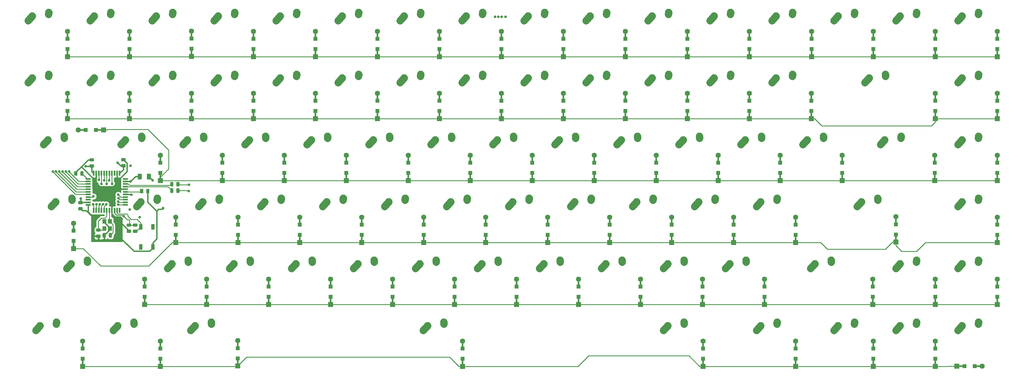
<source format=gbl>
G04 #@! TF.GenerationSoftware,KiCad,Pcbnew,(5.1.4)-1*
G04 #@! TF.CreationDate,2020-09-27T18:31:35+10:00*
G04 #@! TF.ProjectId,merchants 60,6d657263-6861-46e7-9473-2036302e6b69,rev?*
G04 #@! TF.SameCoordinates,Original*
G04 #@! TF.FileFunction,Copper,L4,Bot*
G04 #@! TF.FilePolarity,Positive*
%FSLAX46Y46*%
G04 Gerber Fmt 4.6, Leading zero omitted, Abs format (unit mm)*
G04 Created by KiCad (PCBNEW (5.1.4)-1) date 2020-09-27 18:31:35*
%MOMM*%
%LPD*%
G04 APERTURE LIST*
%ADD10R,1.500000X0.550000*%
%ADD11R,0.550000X1.500000*%
%ADD12C,2.250000*%
%ADD13C,2.250000*%
%ADD14R,1.200000X1.400000*%
%ADD15R,1.100000X1.800000*%
%ADD16C,0.100000*%
%ADD17C,0.975000*%
%ADD18C,1.250000*%
%ADD19R,2.500000X0.500000*%
%ADD20C,1.600000*%
%ADD21R,1.600000X1.600000*%
%ADD22R,1.200000X1.200000*%
%ADD23R,0.500000X2.500000*%
%ADD24C,0.800000*%
%ADD25C,0.250000*%
%ADD26C,0.400000*%
%ADD27C,0.254000*%
G04 APERTURE END LIST*
D10*
X99076750Y-132588500D03*
X99076750Y-133388500D03*
X99076750Y-134188500D03*
X99076750Y-134988500D03*
X99076750Y-135788500D03*
X99076750Y-136588500D03*
X99076750Y-137388500D03*
X99076750Y-138188500D03*
X99076750Y-138988500D03*
X99076750Y-139788500D03*
X99076750Y-140588500D03*
D11*
X97376750Y-142288500D03*
X96576750Y-142288500D03*
X95776750Y-142288500D03*
X94976750Y-142288500D03*
X94176750Y-142288500D03*
X93376750Y-142288500D03*
X92576750Y-142288500D03*
X91776750Y-142288500D03*
X90976750Y-142288500D03*
X90176750Y-142288500D03*
X89376750Y-142288500D03*
D10*
X87676750Y-140588500D03*
X87676750Y-139788500D03*
X87676750Y-138988500D03*
X87676750Y-138188500D03*
X87676750Y-137388500D03*
X87676750Y-136588500D03*
X87676750Y-135788500D03*
X87676750Y-134988500D03*
X87676750Y-134188500D03*
X87676750Y-133388500D03*
X87676750Y-132588500D03*
D11*
X89376750Y-130888500D03*
X90176750Y-130888500D03*
X90976750Y-130888500D03*
X91776750Y-130888500D03*
X92576750Y-130888500D03*
X93376750Y-130888500D03*
X94176750Y-130888500D03*
X94976750Y-130888500D03*
X95776750Y-130888500D03*
X96576750Y-130888500D03*
X97376750Y-130888500D03*
D12*
X356275000Y-82518750D03*
X355620001Y-83248750D03*
D13*
X354965000Y-83978750D02*
X356275002Y-82518750D01*
D12*
X361315000Y-81438750D03*
X361295000Y-81728750D03*
D13*
X361275000Y-82018750D02*
X361315000Y-81438750D01*
D12*
X356275000Y-177768750D03*
X355620001Y-178498750D03*
D13*
X354965000Y-179228750D02*
X356275002Y-177768750D01*
D12*
X361315000Y-176688750D03*
X361295000Y-176978750D03*
D13*
X361275000Y-177268750D02*
X361315000Y-176688750D01*
D12*
X103862500Y-139668750D03*
X103207501Y-140398750D03*
D13*
X102552500Y-141128750D02*
X103862502Y-139668750D01*
D12*
X108902500Y-138588750D03*
X108882500Y-138878750D03*
D13*
X108862500Y-139168750D02*
X108902500Y-138588750D01*
D14*
X94353750Y-147848500D03*
X94353750Y-145648500D03*
X92653750Y-145648500D03*
X92653750Y-147848500D03*
D15*
X107545750Y-153531500D03*
X103845750Y-147331500D03*
X103845750Y-153531500D03*
X107545750Y-147331500D03*
D16*
G36*
X86041142Y-130238174D02*
G01*
X86064803Y-130241684D01*
X86088007Y-130247496D01*
X86110529Y-130255554D01*
X86132153Y-130265782D01*
X86152670Y-130278079D01*
X86171883Y-130292329D01*
X86189607Y-130308393D01*
X86205671Y-130326117D01*
X86219921Y-130345330D01*
X86232218Y-130365847D01*
X86242446Y-130387471D01*
X86250504Y-130409993D01*
X86256316Y-130433197D01*
X86259826Y-130456858D01*
X86261000Y-130480750D01*
X86261000Y-131393250D01*
X86259826Y-131417142D01*
X86256316Y-131440803D01*
X86250504Y-131464007D01*
X86242446Y-131486529D01*
X86232218Y-131508153D01*
X86219921Y-131528670D01*
X86205671Y-131547883D01*
X86189607Y-131565607D01*
X86171883Y-131581671D01*
X86152670Y-131595921D01*
X86132153Y-131608218D01*
X86110529Y-131618446D01*
X86088007Y-131626504D01*
X86064803Y-131632316D01*
X86041142Y-131635826D01*
X86017250Y-131637000D01*
X85529750Y-131637000D01*
X85505858Y-131635826D01*
X85482197Y-131632316D01*
X85458993Y-131626504D01*
X85436471Y-131618446D01*
X85414847Y-131608218D01*
X85394330Y-131595921D01*
X85375117Y-131581671D01*
X85357393Y-131565607D01*
X85341329Y-131547883D01*
X85327079Y-131528670D01*
X85314782Y-131508153D01*
X85304554Y-131486529D01*
X85296496Y-131464007D01*
X85290684Y-131440803D01*
X85287174Y-131417142D01*
X85286000Y-131393250D01*
X85286000Y-130480750D01*
X85287174Y-130456858D01*
X85290684Y-130433197D01*
X85296496Y-130409993D01*
X85304554Y-130387471D01*
X85314782Y-130365847D01*
X85327079Y-130345330D01*
X85341329Y-130326117D01*
X85357393Y-130308393D01*
X85375117Y-130292329D01*
X85394330Y-130278079D01*
X85414847Y-130265782D01*
X85436471Y-130255554D01*
X85458993Y-130247496D01*
X85482197Y-130241684D01*
X85505858Y-130238174D01*
X85529750Y-130237000D01*
X86017250Y-130237000D01*
X86041142Y-130238174D01*
X86041142Y-130238174D01*
G37*
D17*
X85773500Y-130937000D03*
D16*
G36*
X84166142Y-130238174D02*
G01*
X84189803Y-130241684D01*
X84213007Y-130247496D01*
X84235529Y-130255554D01*
X84257153Y-130265782D01*
X84277670Y-130278079D01*
X84296883Y-130292329D01*
X84314607Y-130308393D01*
X84330671Y-130326117D01*
X84344921Y-130345330D01*
X84357218Y-130365847D01*
X84367446Y-130387471D01*
X84375504Y-130409993D01*
X84381316Y-130433197D01*
X84384826Y-130456858D01*
X84386000Y-130480750D01*
X84386000Y-131393250D01*
X84384826Y-131417142D01*
X84381316Y-131440803D01*
X84375504Y-131464007D01*
X84367446Y-131486529D01*
X84357218Y-131508153D01*
X84344921Y-131528670D01*
X84330671Y-131547883D01*
X84314607Y-131565607D01*
X84296883Y-131581671D01*
X84277670Y-131595921D01*
X84257153Y-131608218D01*
X84235529Y-131618446D01*
X84213007Y-131626504D01*
X84189803Y-131632316D01*
X84166142Y-131635826D01*
X84142250Y-131637000D01*
X83654750Y-131637000D01*
X83630858Y-131635826D01*
X83607197Y-131632316D01*
X83583993Y-131626504D01*
X83561471Y-131618446D01*
X83539847Y-131608218D01*
X83519330Y-131595921D01*
X83500117Y-131581671D01*
X83482393Y-131565607D01*
X83466329Y-131547883D01*
X83452079Y-131528670D01*
X83439782Y-131508153D01*
X83429554Y-131486529D01*
X83421496Y-131464007D01*
X83415684Y-131440803D01*
X83412174Y-131417142D01*
X83411000Y-131393250D01*
X83411000Y-130480750D01*
X83412174Y-130456858D01*
X83415684Y-130433197D01*
X83421496Y-130409993D01*
X83429554Y-130387471D01*
X83439782Y-130365847D01*
X83452079Y-130345330D01*
X83466329Y-130326117D01*
X83482393Y-130308393D01*
X83500117Y-130292329D01*
X83519330Y-130278079D01*
X83539847Y-130265782D01*
X83561471Y-130255554D01*
X83583993Y-130247496D01*
X83607197Y-130241684D01*
X83630858Y-130238174D01*
X83654750Y-130237000D01*
X84142250Y-130237000D01*
X84166142Y-130238174D01*
X84166142Y-130238174D01*
G37*
D17*
X83898500Y-130937000D03*
D16*
G36*
X102619892Y-148215674D02*
G01*
X102643553Y-148219184D01*
X102666757Y-148224996D01*
X102689279Y-148233054D01*
X102710903Y-148243282D01*
X102731420Y-148255579D01*
X102750633Y-148269829D01*
X102768357Y-148285893D01*
X102784421Y-148303617D01*
X102798671Y-148322830D01*
X102810968Y-148343347D01*
X102821196Y-148364971D01*
X102829254Y-148387493D01*
X102835066Y-148410697D01*
X102838576Y-148434358D01*
X102839750Y-148458250D01*
X102839750Y-148945750D01*
X102838576Y-148969642D01*
X102835066Y-148993303D01*
X102829254Y-149016507D01*
X102821196Y-149039029D01*
X102810968Y-149060653D01*
X102798671Y-149081170D01*
X102784421Y-149100383D01*
X102768357Y-149118107D01*
X102750633Y-149134171D01*
X102731420Y-149148421D01*
X102710903Y-149160718D01*
X102689279Y-149170946D01*
X102666757Y-149179004D01*
X102643553Y-149184816D01*
X102619892Y-149188326D01*
X102596000Y-149189500D01*
X101683500Y-149189500D01*
X101659608Y-149188326D01*
X101635947Y-149184816D01*
X101612743Y-149179004D01*
X101590221Y-149170946D01*
X101568597Y-149160718D01*
X101548080Y-149148421D01*
X101528867Y-149134171D01*
X101511143Y-149118107D01*
X101495079Y-149100383D01*
X101480829Y-149081170D01*
X101468532Y-149060653D01*
X101458304Y-149039029D01*
X101450246Y-149016507D01*
X101444434Y-148993303D01*
X101440924Y-148969642D01*
X101439750Y-148945750D01*
X101439750Y-148458250D01*
X101440924Y-148434358D01*
X101444434Y-148410697D01*
X101450246Y-148387493D01*
X101458304Y-148364971D01*
X101468532Y-148343347D01*
X101480829Y-148322830D01*
X101495079Y-148303617D01*
X101511143Y-148285893D01*
X101528867Y-148269829D01*
X101548080Y-148255579D01*
X101568597Y-148243282D01*
X101590221Y-148233054D01*
X101612743Y-148224996D01*
X101635947Y-148219184D01*
X101659608Y-148215674D01*
X101683500Y-148214500D01*
X102596000Y-148214500D01*
X102619892Y-148215674D01*
X102619892Y-148215674D01*
G37*
D17*
X102139750Y-148702000D03*
D16*
G36*
X102619892Y-146340674D02*
G01*
X102643553Y-146344184D01*
X102666757Y-146349996D01*
X102689279Y-146358054D01*
X102710903Y-146368282D01*
X102731420Y-146380579D01*
X102750633Y-146394829D01*
X102768357Y-146410893D01*
X102784421Y-146428617D01*
X102798671Y-146447830D01*
X102810968Y-146468347D01*
X102821196Y-146489971D01*
X102829254Y-146512493D01*
X102835066Y-146535697D01*
X102838576Y-146559358D01*
X102839750Y-146583250D01*
X102839750Y-147070750D01*
X102838576Y-147094642D01*
X102835066Y-147118303D01*
X102829254Y-147141507D01*
X102821196Y-147164029D01*
X102810968Y-147185653D01*
X102798671Y-147206170D01*
X102784421Y-147225383D01*
X102768357Y-147243107D01*
X102750633Y-147259171D01*
X102731420Y-147273421D01*
X102710903Y-147285718D01*
X102689279Y-147295946D01*
X102666757Y-147304004D01*
X102643553Y-147309816D01*
X102619892Y-147313326D01*
X102596000Y-147314500D01*
X101683500Y-147314500D01*
X101659608Y-147313326D01*
X101635947Y-147309816D01*
X101612743Y-147304004D01*
X101590221Y-147295946D01*
X101568597Y-147285718D01*
X101548080Y-147273421D01*
X101528867Y-147259171D01*
X101511143Y-147243107D01*
X101495079Y-147225383D01*
X101480829Y-147206170D01*
X101468532Y-147185653D01*
X101458304Y-147164029D01*
X101450246Y-147141507D01*
X101444434Y-147118303D01*
X101440924Y-147094642D01*
X101439750Y-147070750D01*
X101439750Y-146583250D01*
X101440924Y-146559358D01*
X101444434Y-146535697D01*
X101450246Y-146512493D01*
X101458304Y-146489971D01*
X101468532Y-146468347D01*
X101480829Y-146447830D01*
X101495079Y-146428617D01*
X101511143Y-146410893D01*
X101528867Y-146394829D01*
X101548080Y-146380579D01*
X101568597Y-146368282D01*
X101590221Y-146358054D01*
X101612743Y-146349996D01*
X101635947Y-146344184D01*
X101659608Y-146340674D01*
X101683500Y-146339500D01*
X102596000Y-146339500D01*
X102619892Y-146340674D01*
X102619892Y-146340674D01*
G37*
D17*
X102139750Y-146827000D03*
D16*
G36*
X115536892Y-135508674D02*
G01*
X115560553Y-135512184D01*
X115583757Y-135517996D01*
X115606279Y-135526054D01*
X115627903Y-135536282D01*
X115648420Y-135548579D01*
X115667633Y-135562829D01*
X115685357Y-135578893D01*
X115701421Y-135596617D01*
X115715671Y-135615830D01*
X115727968Y-135636347D01*
X115738196Y-135657971D01*
X115746254Y-135680493D01*
X115752066Y-135703697D01*
X115755576Y-135727358D01*
X115756750Y-135751250D01*
X115756750Y-136663750D01*
X115755576Y-136687642D01*
X115752066Y-136711303D01*
X115746254Y-136734507D01*
X115738196Y-136757029D01*
X115727968Y-136778653D01*
X115715671Y-136799170D01*
X115701421Y-136818383D01*
X115685357Y-136836107D01*
X115667633Y-136852171D01*
X115648420Y-136866421D01*
X115627903Y-136878718D01*
X115606279Y-136888946D01*
X115583757Y-136897004D01*
X115560553Y-136902816D01*
X115536892Y-136906326D01*
X115513000Y-136907500D01*
X115025500Y-136907500D01*
X115001608Y-136906326D01*
X114977947Y-136902816D01*
X114954743Y-136897004D01*
X114932221Y-136888946D01*
X114910597Y-136878718D01*
X114890080Y-136866421D01*
X114870867Y-136852171D01*
X114853143Y-136836107D01*
X114837079Y-136818383D01*
X114822829Y-136799170D01*
X114810532Y-136778653D01*
X114800304Y-136757029D01*
X114792246Y-136734507D01*
X114786434Y-136711303D01*
X114782924Y-136687642D01*
X114781750Y-136663750D01*
X114781750Y-135751250D01*
X114782924Y-135727358D01*
X114786434Y-135703697D01*
X114792246Y-135680493D01*
X114800304Y-135657971D01*
X114810532Y-135636347D01*
X114822829Y-135615830D01*
X114837079Y-135596617D01*
X114853143Y-135578893D01*
X114870867Y-135562829D01*
X114890080Y-135548579D01*
X114910597Y-135536282D01*
X114932221Y-135526054D01*
X114954743Y-135517996D01*
X114977947Y-135512184D01*
X115001608Y-135508674D01*
X115025500Y-135507500D01*
X115513000Y-135507500D01*
X115536892Y-135508674D01*
X115536892Y-135508674D01*
G37*
D17*
X115269250Y-136207500D03*
D16*
G36*
X113661892Y-135508674D02*
G01*
X113685553Y-135512184D01*
X113708757Y-135517996D01*
X113731279Y-135526054D01*
X113752903Y-135536282D01*
X113773420Y-135548579D01*
X113792633Y-135562829D01*
X113810357Y-135578893D01*
X113826421Y-135596617D01*
X113840671Y-135615830D01*
X113852968Y-135636347D01*
X113863196Y-135657971D01*
X113871254Y-135680493D01*
X113877066Y-135703697D01*
X113880576Y-135727358D01*
X113881750Y-135751250D01*
X113881750Y-136663750D01*
X113880576Y-136687642D01*
X113877066Y-136711303D01*
X113871254Y-136734507D01*
X113863196Y-136757029D01*
X113852968Y-136778653D01*
X113840671Y-136799170D01*
X113826421Y-136818383D01*
X113810357Y-136836107D01*
X113792633Y-136852171D01*
X113773420Y-136866421D01*
X113752903Y-136878718D01*
X113731279Y-136888946D01*
X113708757Y-136897004D01*
X113685553Y-136902816D01*
X113661892Y-136906326D01*
X113638000Y-136907500D01*
X113150500Y-136907500D01*
X113126608Y-136906326D01*
X113102947Y-136902816D01*
X113079743Y-136897004D01*
X113057221Y-136888946D01*
X113035597Y-136878718D01*
X113015080Y-136866421D01*
X112995867Y-136852171D01*
X112978143Y-136836107D01*
X112962079Y-136818383D01*
X112947829Y-136799170D01*
X112935532Y-136778653D01*
X112925304Y-136757029D01*
X112917246Y-136734507D01*
X112911434Y-136711303D01*
X112907924Y-136687642D01*
X112906750Y-136663750D01*
X112906750Y-135751250D01*
X112907924Y-135727358D01*
X112911434Y-135703697D01*
X112917246Y-135680493D01*
X112925304Y-135657971D01*
X112935532Y-135636347D01*
X112947829Y-135615830D01*
X112962079Y-135596617D01*
X112978143Y-135578893D01*
X112995867Y-135562829D01*
X113015080Y-135548579D01*
X113035597Y-135536282D01*
X113057221Y-135526054D01*
X113079743Y-135517996D01*
X113102947Y-135512184D01*
X113126608Y-135508674D01*
X113150500Y-135507500D01*
X113638000Y-135507500D01*
X113661892Y-135508674D01*
X113661892Y-135508674D01*
G37*
D17*
X113394250Y-136207500D03*
D16*
G36*
X115536892Y-133540174D02*
G01*
X115560553Y-133543684D01*
X115583757Y-133549496D01*
X115606279Y-133557554D01*
X115627903Y-133567782D01*
X115648420Y-133580079D01*
X115667633Y-133594329D01*
X115685357Y-133610393D01*
X115701421Y-133628117D01*
X115715671Y-133647330D01*
X115727968Y-133667847D01*
X115738196Y-133689471D01*
X115746254Y-133711993D01*
X115752066Y-133735197D01*
X115755576Y-133758858D01*
X115756750Y-133782750D01*
X115756750Y-134695250D01*
X115755576Y-134719142D01*
X115752066Y-134742803D01*
X115746254Y-134766007D01*
X115738196Y-134788529D01*
X115727968Y-134810153D01*
X115715671Y-134830670D01*
X115701421Y-134849883D01*
X115685357Y-134867607D01*
X115667633Y-134883671D01*
X115648420Y-134897921D01*
X115627903Y-134910218D01*
X115606279Y-134920446D01*
X115583757Y-134928504D01*
X115560553Y-134934316D01*
X115536892Y-134937826D01*
X115513000Y-134939000D01*
X115025500Y-134939000D01*
X115001608Y-134937826D01*
X114977947Y-134934316D01*
X114954743Y-134928504D01*
X114932221Y-134920446D01*
X114910597Y-134910218D01*
X114890080Y-134897921D01*
X114870867Y-134883671D01*
X114853143Y-134867607D01*
X114837079Y-134849883D01*
X114822829Y-134830670D01*
X114810532Y-134810153D01*
X114800304Y-134788529D01*
X114792246Y-134766007D01*
X114786434Y-134742803D01*
X114782924Y-134719142D01*
X114781750Y-134695250D01*
X114781750Y-133782750D01*
X114782924Y-133758858D01*
X114786434Y-133735197D01*
X114792246Y-133711993D01*
X114800304Y-133689471D01*
X114810532Y-133667847D01*
X114822829Y-133647330D01*
X114837079Y-133628117D01*
X114853143Y-133610393D01*
X114870867Y-133594329D01*
X114890080Y-133580079D01*
X114910597Y-133567782D01*
X114932221Y-133557554D01*
X114954743Y-133549496D01*
X114977947Y-133543684D01*
X115001608Y-133540174D01*
X115025500Y-133539000D01*
X115513000Y-133539000D01*
X115536892Y-133540174D01*
X115536892Y-133540174D01*
G37*
D17*
X115269250Y-134239000D03*
D16*
G36*
X113661892Y-133540174D02*
G01*
X113685553Y-133543684D01*
X113708757Y-133549496D01*
X113731279Y-133557554D01*
X113752903Y-133567782D01*
X113773420Y-133580079D01*
X113792633Y-133594329D01*
X113810357Y-133610393D01*
X113826421Y-133628117D01*
X113840671Y-133647330D01*
X113852968Y-133667847D01*
X113863196Y-133689471D01*
X113871254Y-133711993D01*
X113877066Y-133735197D01*
X113880576Y-133758858D01*
X113881750Y-133782750D01*
X113881750Y-134695250D01*
X113880576Y-134719142D01*
X113877066Y-134742803D01*
X113871254Y-134766007D01*
X113863196Y-134788529D01*
X113852968Y-134810153D01*
X113840671Y-134830670D01*
X113826421Y-134849883D01*
X113810357Y-134867607D01*
X113792633Y-134883671D01*
X113773420Y-134897921D01*
X113752903Y-134910218D01*
X113731279Y-134920446D01*
X113708757Y-134928504D01*
X113685553Y-134934316D01*
X113661892Y-134937826D01*
X113638000Y-134939000D01*
X113150500Y-134939000D01*
X113126608Y-134937826D01*
X113102947Y-134934316D01*
X113079743Y-134928504D01*
X113057221Y-134920446D01*
X113035597Y-134910218D01*
X113015080Y-134897921D01*
X112995867Y-134883671D01*
X112978143Y-134867607D01*
X112962079Y-134849883D01*
X112947829Y-134830670D01*
X112935532Y-134810153D01*
X112925304Y-134788529D01*
X112917246Y-134766007D01*
X112911434Y-134742803D01*
X112907924Y-134719142D01*
X112906750Y-134695250D01*
X112906750Y-133782750D01*
X112907924Y-133758858D01*
X112911434Y-133735197D01*
X112917246Y-133711993D01*
X112925304Y-133689471D01*
X112935532Y-133667847D01*
X112947829Y-133647330D01*
X112962079Y-133628117D01*
X112978143Y-133610393D01*
X112995867Y-133594329D01*
X113015080Y-133580079D01*
X113035597Y-133567782D01*
X113057221Y-133557554D01*
X113079743Y-133549496D01*
X113102947Y-133543684D01*
X113126608Y-133540174D01*
X113150500Y-133539000D01*
X113638000Y-133539000D01*
X113661892Y-133540174D01*
X113661892Y-133540174D01*
G37*
D17*
X113394250Y-134239000D03*
D12*
X356275000Y-158718750D03*
X355620001Y-159448750D03*
D13*
X354965000Y-160178750D02*
X356275002Y-158718750D01*
D12*
X361315000Y-157638750D03*
X361295000Y-157928750D03*
D13*
X361275000Y-158218750D02*
X361315000Y-157638750D01*
D12*
X356275000Y-139668750D03*
X355620001Y-140398750D03*
D13*
X354965000Y-141128750D02*
X356275002Y-139668750D01*
D12*
X361315000Y-138588750D03*
X361295000Y-138878750D03*
D13*
X361275000Y-139168750D02*
X361315000Y-138588750D01*
D12*
X356275000Y-120618750D03*
X355620001Y-121348750D03*
D13*
X354965000Y-122078750D02*
X356275002Y-120618750D01*
D12*
X361315000Y-119538750D03*
X361295000Y-119828750D03*
D13*
X361275000Y-120118750D02*
X361315000Y-119538750D01*
D12*
X356275000Y-101568750D03*
X355620001Y-102298750D03*
D13*
X354965000Y-103028750D02*
X356275002Y-101568750D01*
D12*
X361315000Y-100488750D03*
X361295000Y-100778750D03*
D13*
X361275000Y-101068750D02*
X361315000Y-100488750D01*
D12*
X337225000Y-177768750D03*
X336570001Y-178498750D03*
D13*
X335915000Y-179228750D02*
X337225002Y-177768750D01*
D12*
X342265000Y-176688750D03*
X342245000Y-176978750D03*
D13*
X342225000Y-177268750D02*
X342265000Y-176688750D01*
D12*
X337225000Y-158718750D03*
X336570001Y-159448750D03*
D13*
X335915000Y-160178750D02*
X337225002Y-158718750D01*
D12*
X342265000Y-157638750D03*
X342245000Y-157928750D03*
D13*
X342225000Y-158218750D02*
X342265000Y-157638750D01*
D12*
X332462500Y-120618750D03*
X331807501Y-121348750D03*
D13*
X331152500Y-122078750D02*
X332462502Y-120618750D01*
D12*
X337502500Y-119538750D03*
X337482500Y-119828750D03*
D13*
X337462500Y-120118750D02*
X337502500Y-119538750D01*
D12*
X327700000Y-101568750D03*
X327045001Y-102298750D03*
D13*
X326390000Y-103028750D02*
X327700002Y-101568750D01*
D12*
X332740000Y-100488750D03*
X332720000Y-100778750D03*
D13*
X332700000Y-101068750D02*
X332740000Y-100488750D01*
D12*
X337225000Y-82518750D03*
X336570001Y-83248750D03*
D13*
X335915000Y-83978750D02*
X337225002Y-82518750D01*
D12*
X342265000Y-81438750D03*
X342245000Y-81728750D03*
D13*
X342225000Y-82018750D02*
X342265000Y-81438750D01*
D12*
X318175000Y-177768750D03*
X317520001Y-178498750D03*
D13*
X316865000Y-179228750D02*
X318175002Y-177768750D01*
D12*
X323215000Y-176688750D03*
X323195000Y-176978750D03*
D13*
X323175000Y-177268750D02*
X323215000Y-176688750D01*
D12*
X311031250Y-158718750D03*
X310376251Y-159448750D03*
D13*
X309721250Y-160178750D02*
X311031252Y-158718750D01*
D12*
X316071250Y-157638750D03*
X316051250Y-157928750D03*
D13*
X316031250Y-158218750D02*
X316071250Y-157638750D01*
D12*
X325318750Y-139668750D03*
X324663751Y-140398750D03*
D13*
X324008750Y-141128750D02*
X325318752Y-139668750D01*
D12*
X330358750Y-138588750D03*
X330338750Y-138878750D03*
D13*
X330318750Y-139168750D02*
X330358750Y-138588750D01*
D12*
X318175000Y-82518750D03*
X317520001Y-83248750D03*
D13*
X316865000Y-83978750D02*
X318175002Y-82518750D01*
D12*
X323215000Y-81438750D03*
X323195000Y-81728750D03*
D13*
X323175000Y-82018750D02*
X323215000Y-81438750D01*
D12*
X294362500Y-177768750D03*
X293707501Y-178498750D03*
D13*
X293052500Y-179228750D02*
X294362502Y-177768750D01*
D12*
X299402500Y-176688750D03*
X299382500Y-176978750D03*
D13*
X299362500Y-177268750D02*
X299402500Y-176688750D01*
D12*
X308650000Y-120618750D03*
X307995001Y-121348750D03*
D13*
X307340000Y-122078750D02*
X308650002Y-120618750D01*
D12*
X313690000Y-119538750D03*
X313670000Y-119828750D03*
D13*
X313650000Y-120118750D02*
X313690000Y-119538750D01*
D12*
X299125000Y-101568750D03*
X298470001Y-102298750D03*
D13*
X297815000Y-103028750D02*
X299125002Y-101568750D01*
D12*
X304165000Y-100488750D03*
X304145000Y-100778750D03*
D13*
X304125000Y-101068750D02*
X304165000Y-100488750D01*
D12*
X299125000Y-82518750D03*
X298470001Y-83248750D03*
D13*
X297815000Y-83978750D02*
X299125002Y-82518750D01*
D12*
X304165000Y-81438750D03*
X304145000Y-81728750D03*
D13*
X304125000Y-82018750D02*
X304165000Y-81438750D01*
D12*
X294362500Y-139668750D03*
X293707501Y-140398750D03*
D13*
X293052500Y-141128750D02*
X294362502Y-139668750D01*
D12*
X299402500Y-138588750D03*
X299382500Y-138878750D03*
D13*
X299362500Y-139168750D02*
X299402500Y-138588750D01*
D12*
X289600000Y-120618750D03*
X288945001Y-121348750D03*
D13*
X288290000Y-122078750D02*
X289600002Y-120618750D01*
D12*
X294640000Y-119538750D03*
X294620000Y-119828750D03*
D13*
X294600000Y-120118750D02*
X294640000Y-119538750D01*
D12*
X280075000Y-101568750D03*
X279420001Y-102298750D03*
D13*
X278765000Y-103028750D02*
X280075002Y-101568750D01*
D12*
X285115000Y-100488750D03*
X285095000Y-100778750D03*
D13*
X285075000Y-101068750D02*
X285115000Y-100488750D01*
D12*
X280075000Y-82518750D03*
X279420001Y-83248750D03*
D13*
X278765000Y-83978750D02*
X280075002Y-82518750D01*
D12*
X285115000Y-81438750D03*
X285095000Y-81728750D03*
D13*
X285075000Y-82018750D02*
X285115000Y-81438750D01*
D12*
X284837500Y-158718750D03*
X284182501Y-159448750D03*
D13*
X283527500Y-160178750D02*
X284837502Y-158718750D01*
D12*
X289877500Y-157638750D03*
X289857500Y-157928750D03*
D13*
X289837500Y-158218750D02*
X289877500Y-157638750D01*
D12*
X275312500Y-139668750D03*
X274657501Y-140398750D03*
D13*
X274002500Y-141128750D02*
X275312502Y-139668750D01*
D12*
X280352500Y-138588750D03*
X280332500Y-138878750D03*
D13*
X280312500Y-139168750D02*
X280352500Y-138588750D01*
D12*
X270550000Y-120618750D03*
X269895001Y-121348750D03*
D13*
X269240000Y-122078750D02*
X270550002Y-120618750D01*
D12*
X275590000Y-119538750D03*
X275570000Y-119828750D03*
D13*
X275550000Y-120118750D02*
X275590000Y-119538750D01*
D12*
X261025000Y-101568750D03*
X260370001Y-102298750D03*
D13*
X259715000Y-103028750D02*
X261025002Y-101568750D01*
D12*
X266065000Y-100488750D03*
X266045000Y-100778750D03*
D13*
X266025000Y-101068750D02*
X266065000Y-100488750D01*
D12*
X261025000Y-82518750D03*
X260370001Y-83248750D03*
D13*
X259715000Y-83978750D02*
X261025002Y-82518750D01*
D12*
X266065000Y-81438750D03*
X266045000Y-81728750D03*
D13*
X266025000Y-82018750D02*
X266065000Y-81438750D01*
D12*
X265787500Y-177768750D03*
X265132501Y-178498750D03*
D13*
X264477500Y-179228750D02*
X265787502Y-177768750D01*
D12*
X270827500Y-176688750D03*
X270807500Y-176978750D03*
D13*
X270787500Y-177268750D02*
X270827500Y-176688750D01*
D12*
X265787500Y-158718750D03*
X265132501Y-159448750D03*
D13*
X264477500Y-160178750D02*
X265787502Y-158718750D01*
D12*
X270827500Y-157638750D03*
X270807500Y-157928750D03*
D13*
X270787500Y-158218750D02*
X270827500Y-157638750D01*
D12*
X256262500Y-139668750D03*
X255607501Y-140398750D03*
D13*
X254952500Y-141128750D02*
X256262502Y-139668750D01*
D12*
X261302500Y-138588750D03*
X261282500Y-138878750D03*
D13*
X261262500Y-139168750D02*
X261302500Y-138588750D01*
D12*
X251500000Y-120618750D03*
X250845001Y-121348750D03*
D13*
X250190000Y-122078750D02*
X251500002Y-120618750D01*
D12*
X256540000Y-119538750D03*
X256520000Y-119828750D03*
D13*
X256500000Y-120118750D02*
X256540000Y-119538750D01*
D12*
X241975000Y-101568750D03*
X241320001Y-102298750D03*
D13*
X240665000Y-103028750D02*
X241975002Y-101568750D01*
D12*
X247015000Y-100488750D03*
X246995000Y-100778750D03*
D13*
X246975000Y-101068750D02*
X247015000Y-100488750D01*
D12*
X241975000Y-82518750D03*
X241320001Y-83248750D03*
D13*
X240665000Y-83978750D02*
X241975002Y-82518750D01*
D12*
X247015000Y-81438750D03*
X246995000Y-81728750D03*
D13*
X246975000Y-82018750D02*
X247015000Y-81438750D01*
D12*
X246737500Y-158718750D03*
X246082501Y-159448750D03*
D13*
X245427500Y-160178750D02*
X246737502Y-158718750D01*
D12*
X251777500Y-157638750D03*
X251757500Y-157928750D03*
D13*
X251737500Y-158218750D02*
X251777500Y-157638750D01*
D12*
X237212500Y-139668750D03*
X236557501Y-140398750D03*
D13*
X235902500Y-141128750D02*
X237212502Y-139668750D01*
D12*
X242252500Y-138588750D03*
X242232500Y-138878750D03*
D13*
X242212500Y-139168750D02*
X242252500Y-138588750D01*
D12*
X232450000Y-120618750D03*
X231795001Y-121348750D03*
D13*
X231140000Y-122078750D02*
X232450002Y-120618750D01*
D12*
X237490000Y-119538750D03*
X237470000Y-119828750D03*
D13*
X237450000Y-120118750D02*
X237490000Y-119538750D01*
D12*
X222925000Y-101568750D03*
X222270001Y-102298750D03*
D13*
X221615000Y-103028750D02*
X222925002Y-101568750D01*
D12*
X227965000Y-100488750D03*
X227945000Y-100778750D03*
D13*
X227925000Y-101068750D02*
X227965000Y-100488750D01*
D12*
X222925000Y-82518750D03*
X222270001Y-83248750D03*
D13*
X221615000Y-83978750D02*
X222925002Y-82518750D01*
D12*
X227965000Y-81438750D03*
X227945000Y-81728750D03*
D13*
X227925000Y-82018750D02*
X227965000Y-81438750D01*
D12*
X227687500Y-158718750D03*
X227032501Y-159448750D03*
D13*
X226377500Y-160178750D02*
X227687502Y-158718750D01*
D12*
X232727500Y-157638750D03*
X232707500Y-157928750D03*
D13*
X232687500Y-158218750D02*
X232727500Y-157638750D01*
D12*
X218162500Y-139668750D03*
X217507501Y-140398750D03*
D13*
X216852500Y-141128750D02*
X218162502Y-139668750D01*
D12*
X223202500Y-138588750D03*
X223182500Y-138878750D03*
D13*
X223162500Y-139168750D02*
X223202500Y-138588750D01*
D12*
X213400000Y-120618750D03*
X212745001Y-121348750D03*
D13*
X212090000Y-122078750D02*
X213400002Y-120618750D01*
D12*
X218440000Y-119538750D03*
X218420000Y-119828750D03*
D13*
X218400000Y-120118750D02*
X218440000Y-119538750D01*
D12*
X203875000Y-101568750D03*
X203220001Y-102298750D03*
D13*
X202565000Y-103028750D02*
X203875002Y-101568750D01*
D12*
X208915000Y-100488750D03*
X208895000Y-100778750D03*
D13*
X208875000Y-101068750D02*
X208915000Y-100488750D01*
D12*
X203875000Y-82518750D03*
X203220001Y-83248750D03*
D13*
X202565000Y-83978750D02*
X203875002Y-82518750D01*
D12*
X208915000Y-81438750D03*
X208895000Y-81728750D03*
D13*
X208875000Y-82018750D02*
X208915000Y-81438750D01*
D12*
X208637500Y-158718750D03*
X207982501Y-159448750D03*
D13*
X207327500Y-160178750D02*
X208637502Y-158718750D01*
D12*
X213677500Y-157638750D03*
X213657500Y-157928750D03*
D13*
X213637500Y-158218750D02*
X213677500Y-157638750D01*
D12*
X199112500Y-139668750D03*
X198457501Y-140398750D03*
D13*
X197802500Y-141128750D02*
X199112502Y-139668750D01*
D12*
X204152500Y-138588750D03*
X204132500Y-138878750D03*
D13*
X204112500Y-139168750D02*
X204152500Y-138588750D01*
D12*
X194350000Y-120618750D03*
X193695001Y-121348750D03*
D13*
X193040000Y-122078750D02*
X194350002Y-120618750D01*
D12*
X199390000Y-119538750D03*
X199370000Y-119828750D03*
D13*
X199350000Y-120118750D02*
X199390000Y-119538750D01*
D12*
X184825000Y-101568750D03*
X184170001Y-102298750D03*
D13*
X183515000Y-103028750D02*
X184825002Y-101568750D01*
D12*
X189865000Y-100488750D03*
X189845000Y-100778750D03*
D13*
X189825000Y-101068750D02*
X189865000Y-100488750D01*
D12*
X184825000Y-82518750D03*
X184170001Y-83248750D03*
D13*
X183515000Y-83978750D02*
X184825002Y-82518750D01*
D12*
X189865000Y-81438750D03*
X189845000Y-81728750D03*
D13*
X189825000Y-82018750D02*
X189865000Y-81438750D01*
D12*
X191968750Y-177768750D03*
X191313751Y-178498750D03*
D13*
X190658750Y-179228750D02*
X191968752Y-177768750D01*
D12*
X197008750Y-176688750D03*
X196988750Y-176978750D03*
D13*
X196968750Y-177268750D02*
X197008750Y-176688750D01*
D12*
X189587500Y-158718750D03*
X188932501Y-159448750D03*
D13*
X188277500Y-160178750D02*
X189587502Y-158718750D01*
D12*
X194627500Y-157638750D03*
X194607500Y-157928750D03*
D13*
X194587500Y-158218750D02*
X194627500Y-157638750D01*
D12*
X180062500Y-139668750D03*
X179407501Y-140398750D03*
D13*
X178752500Y-141128750D02*
X180062502Y-139668750D01*
D12*
X185102500Y-138588750D03*
X185082500Y-138878750D03*
D13*
X185062500Y-139168750D02*
X185102500Y-138588750D01*
D12*
X175300000Y-120618750D03*
X174645001Y-121348750D03*
D13*
X173990000Y-122078750D02*
X175300002Y-120618750D01*
D12*
X180340000Y-119538750D03*
X180320000Y-119828750D03*
D13*
X180300000Y-120118750D02*
X180340000Y-119538750D01*
D12*
X165775000Y-101568750D03*
X165120001Y-102298750D03*
D13*
X164465000Y-103028750D02*
X165775002Y-101568750D01*
D12*
X170815000Y-100488750D03*
X170795000Y-100778750D03*
D13*
X170775000Y-101068750D02*
X170815000Y-100488750D01*
D12*
X165775000Y-82518750D03*
X165120001Y-83248750D03*
D13*
X164465000Y-83978750D02*
X165775002Y-82518750D01*
D12*
X170815000Y-81438750D03*
X170795000Y-81728750D03*
D13*
X170775000Y-82018750D02*
X170815000Y-81438750D01*
D12*
X170537500Y-158718750D03*
X169882501Y-159448750D03*
D13*
X169227500Y-160178750D02*
X170537502Y-158718750D01*
D12*
X175577500Y-157638750D03*
X175557500Y-157928750D03*
D13*
X175537500Y-158218750D02*
X175577500Y-157638750D01*
D12*
X161012500Y-139668750D03*
X160357501Y-140398750D03*
D13*
X159702500Y-141128750D02*
X161012502Y-139668750D01*
D12*
X166052500Y-138588750D03*
X166032500Y-138878750D03*
D13*
X166012500Y-139168750D02*
X166052500Y-138588750D01*
D12*
X156250000Y-120618750D03*
X155595001Y-121348750D03*
D13*
X154940000Y-122078750D02*
X156250002Y-120618750D01*
D12*
X161290000Y-119538750D03*
X161270000Y-119828750D03*
D13*
X161250000Y-120118750D02*
X161290000Y-119538750D01*
D12*
X146725000Y-101568750D03*
X146070001Y-102298750D03*
D13*
X145415000Y-103028750D02*
X146725002Y-101568750D01*
D12*
X151765000Y-100488750D03*
X151745000Y-100778750D03*
D13*
X151725000Y-101068750D02*
X151765000Y-100488750D01*
D12*
X146725000Y-82518750D03*
X146070001Y-83248750D03*
D13*
X145415000Y-83978750D02*
X146725002Y-82518750D01*
D12*
X151765000Y-81438750D03*
X151745000Y-81728750D03*
D13*
X151725000Y-82018750D02*
X151765000Y-81438750D01*
D12*
X151487500Y-158718750D03*
X150832501Y-159448750D03*
D13*
X150177500Y-160178750D02*
X151487502Y-158718750D01*
D12*
X156527500Y-157638750D03*
X156507500Y-157928750D03*
D13*
X156487500Y-158218750D02*
X156527500Y-157638750D01*
D12*
X141962500Y-139668750D03*
X141307501Y-140398750D03*
D13*
X140652500Y-141128750D02*
X141962502Y-139668750D01*
D12*
X147002500Y-138588750D03*
X146982500Y-138878750D03*
D13*
X146962500Y-139168750D02*
X147002500Y-138588750D01*
D12*
X137200000Y-120618750D03*
X136545001Y-121348750D03*
D13*
X135890000Y-122078750D02*
X137200002Y-120618750D01*
D12*
X142240000Y-119538750D03*
X142220000Y-119828750D03*
D13*
X142200000Y-120118750D02*
X142240000Y-119538750D01*
D12*
X127675000Y-101568750D03*
X127020001Y-102298750D03*
D13*
X126365000Y-103028750D02*
X127675002Y-101568750D01*
D12*
X132715000Y-100488750D03*
X132695000Y-100778750D03*
D13*
X132675000Y-101068750D02*
X132715000Y-100488750D01*
D12*
X127675000Y-82518750D03*
X127020001Y-83248750D03*
D13*
X126365000Y-83978750D02*
X127675002Y-82518750D01*
D12*
X132715000Y-81438750D03*
X132695000Y-81728750D03*
D13*
X132675000Y-82018750D02*
X132715000Y-81438750D01*
D12*
X120531250Y-177768750D03*
X119876251Y-178498750D03*
D13*
X119221250Y-179228750D02*
X120531252Y-177768750D01*
D12*
X125571250Y-176688750D03*
X125551250Y-176978750D03*
D13*
X125531250Y-177268750D02*
X125571250Y-176688750D01*
D12*
X132437500Y-158718750D03*
X131782501Y-159448750D03*
D13*
X131127500Y-160178750D02*
X132437502Y-158718750D01*
D12*
X137477500Y-157638750D03*
X137457500Y-157928750D03*
D13*
X137437500Y-158218750D02*
X137477500Y-157638750D01*
D12*
X122912500Y-139668750D03*
X122257501Y-140398750D03*
D13*
X121602500Y-141128750D02*
X122912502Y-139668750D01*
D12*
X127952500Y-138588750D03*
X127932500Y-138878750D03*
D13*
X127912500Y-139168750D02*
X127952500Y-138588750D01*
D12*
X118150000Y-120618750D03*
X117495001Y-121348750D03*
D13*
X116840000Y-122078750D02*
X118150002Y-120618750D01*
D12*
X123190000Y-119538750D03*
X123170000Y-119828750D03*
D13*
X123150000Y-120118750D02*
X123190000Y-119538750D01*
D12*
X108625000Y-101568750D03*
X107970001Y-102298750D03*
D13*
X107315000Y-103028750D02*
X108625002Y-101568750D01*
D12*
X113665000Y-100488750D03*
X113645000Y-100778750D03*
D13*
X113625000Y-101068750D02*
X113665000Y-100488750D01*
D12*
X108625000Y-82518750D03*
X107970001Y-83248750D03*
D13*
X107315000Y-83978750D02*
X108625002Y-82518750D01*
D12*
X113665000Y-81438750D03*
X113645000Y-81728750D03*
D13*
X113625000Y-82018750D02*
X113665000Y-81438750D01*
D12*
X96718750Y-177768750D03*
X96063751Y-178498750D03*
D13*
X95408750Y-179228750D02*
X96718752Y-177768750D01*
D12*
X101758750Y-176688750D03*
X101738750Y-176978750D03*
D13*
X101718750Y-177268750D02*
X101758750Y-176688750D01*
D12*
X113387500Y-158718750D03*
X112732501Y-159448750D03*
D13*
X112077500Y-160178750D02*
X113387502Y-158718750D01*
D12*
X118427500Y-157638750D03*
X118407500Y-157928750D03*
D13*
X118387500Y-158218750D02*
X118427500Y-157638750D01*
D12*
X99100000Y-120618750D03*
X98445001Y-121348750D03*
D13*
X97790000Y-122078750D02*
X99100002Y-120618750D01*
D12*
X104140000Y-119538750D03*
X104120000Y-119828750D03*
D13*
X104100000Y-120118750D02*
X104140000Y-119538750D01*
D12*
X89575000Y-101568750D03*
X88920001Y-102298750D03*
D13*
X88265000Y-103028750D02*
X89575002Y-101568750D01*
D12*
X94615000Y-100488750D03*
X94595000Y-100778750D03*
D13*
X94575000Y-101068750D02*
X94615000Y-100488750D01*
D12*
X89575000Y-82518750D03*
X88920001Y-83248750D03*
D13*
X88265000Y-83978750D02*
X89575002Y-82518750D01*
D12*
X94615000Y-81438750D03*
X94595000Y-81728750D03*
D13*
X94575000Y-82018750D02*
X94615000Y-81438750D01*
D12*
X72906250Y-177768750D03*
X72251251Y-178498750D03*
D13*
X71596250Y-179228750D02*
X72906252Y-177768750D01*
D12*
X77946250Y-176688750D03*
X77926250Y-176978750D03*
D13*
X77906250Y-177268750D02*
X77946250Y-176688750D01*
D12*
X82431250Y-158718750D03*
X81776251Y-159448750D03*
D13*
X81121250Y-160178750D02*
X82431252Y-158718750D01*
D12*
X87471250Y-157638750D03*
X87451250Y-157928750D03*
D13*
X87431250Y-158218750D02*
X87471250Y-157638750D01*
D12*
X77668750Y-139668750D03*
X77013751Y-140398750D03*
D13*
X76358750Y-141128750D02*
X77668752Y-139668750D01*
D12*
X82708750Y-138588750D03*
X82688750Y-138878750D03*
D13*
X82668750Y-139168750D02*
X82708750Y-138588750D01*
D12*
X75287500Y-120618750D03*
X74632501Y-121348750D03*
D13*
X73977500Y-122078750D02*
X75287502Y-120618750D01*
D12*
X80327500Y-119538750D03*
X80307500Y-119828750D03*
D13*
X80287500Y-120118750D02*
X80327500Y-119538750D01*
D12*
X70525000Y-101568750D03*
X69870001Y-102298750D03*
D13*
X69215000Y-103028750D02*
X70525002Y-101568750D01*
D12*
X75565000Y-100488750D03*
X75545000Y-100778750D03*
D13*
X75525000Y-101068750D02*
X75565000Y-100488750D01*
D12*
X70525000Y-82518750D03*
X69870001Y-83248750D03*
D13*
X69215000Y-83978750D02*
X70525002Y-82518750D01*
D12*
X75565000Y-81438750D03*
X75545000Y-81728750D03*
D13*
X75525000Y-82018750D02*
X75565000Y-81438750D01*
D16*
G36*
X103933254Y-131015704D02*
G01*
X103957523Y-131019304D01*
X103981321Y-131025265D01*
X104004421Y-131033530D01*
X104026599Y-131044020D01*
X104047643Y-131056633D01*
X104067348Y-131071247D01*
X104085527Y-131087723D01*
X104102003Y-131105902D01*
X104116617Y-131125607D01*
X104129230Y-131146651D01*
X104139720Y-131168829D01*
X104147985Y-131191929D01*
X104153946Y-131215727D01*
X104157546Y-131239996D01*
X104158750Y-131264500D01*
X104158750Y-132514500D01*
X104157546Y-132539004D01*
X104153946Y-132563273D01*
X104147985Y-132587071D01*
X104139720Y-132610171D01*
X104129230Y-132632349D01*
X104116617Y-132653393D01*
X104102003Y-132673098D01*
X104085527Y-132691277D01*
X104067348Y-132707753D01*
X104047643Y-132722367D01*
X104026599Y-132734980D01*
X104004421Y-132745470D01*
X103981321Y-132753735D01*
X103957523Y-132759696D01*
X103933254Y-132763296D01*
X103908750Y-132764500D01*
X103158750Y-132764500D01*
X103134246Y-132763296D01*
X103109977Y-132759696D01*
X103086179Y-132753735D01*
X103063079Y-132745470D01*
X103040901Y-132734980D01*
X103019857Y-132722367D01*
X103000152Y-132707753D01*
X102981973Y-132691277D01*
X102965497Y-132673098D01*
X102950883Y-132653393D01*
X102938270Y-132632349D01*
X102927780Y-132610171D01*
X102919515Y-132587071D01*
X102913554Y-132563273D01*
X102909954Y-132539004D01*
X102908750Y-132514500D01*
X102908750Y-131264500D01*
X102909954Y-131239996D01*
X102913554Y-131215727D01*
X102919515Y-131191929D01*
X102927780Y-131168829D01*
X102938270Y-131146651D01*
X102950883Y-131125607D01*
X102965497Y-131105902D01*
X102981973Y-131087723D01*
X103000152Y-131071247D01*
X103019857Y-131056633D01*
X103040901Y-131044020D01*
X103063079Y-131033530D01*
X103086179Y-131025265D01*
X103109977Y-131019304D01*
X103134246Y-131015704D01*
X103158750Y-131014500D01*
X103908750Y-131014500D01*
X103933254Y-131015704D01*
X103933254Y-131015704D01*
G37*
D18*
X103533750Y-131889500D03*
D16*
G36*
X106733254Y-131015704D02*
G01*
X106757523Y-131019304D01*
X106781321Y-131025265D01*
X106804421Y-131033530D01*
X106826599Y-131044020D01*
X106847643Y-131056633D01*
X106867348Y-131071247D01*
X106885527Y-131087723D01*
X106902003Y-131105902D01*
X106916617Y-131125607D01*
X106929230Y-131146651D01*
X106939720Y-131168829D01*
X106947985Y-131191929D01*
X106953946Y-131215727D01*
X106957546Y-131239996D01*
X106958750Y-131264500D01*
X106958750Y-132514500D01*
X106957546Y-132539004D01*
X106953946Y-132563273D01*
X106947985Y-132587071D01*
X106939720Y-132610171D01*
X106929230Y-132632349D01*
X106916617Y-132653393D01*
X106902003Y-132673098D01*
X106885527Y-132691277D01*
X106867348Y-132707753D01*
X106847643Y-132722367D01*
X106826599Y-132734980D01*
X106804421Y-132745470D01*
X106781321Y-132753735D01*
X106757523Y-132759696D01*
X106733254Y-132763296D01*
X106708750Y-132764500D01*
X105958750Y-132764500D01*
X105934246Y-132763296D01*
X105909977Y-132759696D01*
X105886179Y-132753735D01*
X105863079Y-132745470D01*
X105840901Y-132734980D01*
X105819857Y-132722367D01*
X105800152Y-132707753D01*
X105781973Y-132691277D01*
X105765497Y-132673098D01*
X105750883Y-132653393D01*
X105738270Y-132632349D01*
X105727780Y-132610171D01*
X105719515Y-132587071D01*
X105713554Y-132563273D01*
X105709954Y-132539004D01*
X105708750Y-132514500D01*
X105708750Y-131264500D01*
X105709954Y-131239996D01*
X105713554Y-131215727D01*
X105719515Y-131191929D01*
X105727780Y-131168829D01*
X105738270Y-131146651D01*
X105750883Y-131125607D01*
X105765497Y-131105902D01*
X105781973Y-131087723D01*
X105800152Y-131071247D01*
X105819857Y-131056633D01*
X105840901Y-131044020D01*
X105863079Y-131033530D01*
X105886179Y-131025265D01*
X105909977Y-131019304D01*
X105934246Y-131015704D01*
X105958750Y-131014500D01*
X106708750Y-131014500D01*
X106733254Y-131015704D01*
X106733254Y-131015704D01*
G37*
D18*
X106333750Y-131889500D03*
D19*
X361252750Y-190182500D03*
X355852750Y-190182500D03*
D20*
X362452750Y-190182500D03*
D21*
X354652750Y-190182500D03*
D22*
X356977750Y-190182500D03*
X360127750Y-190182500D03*
D23*
X367061750Y-164622500D03*
X367061750Y-170022500D03*
D20*
X367061750Y-163422500D03*
D21*
X367061750Y-171222500D03*
D22*
X367061750Y-168897500D03*
X367061750Y-165747500D03*
D23*
X367061750Y-145572500D03*
X367061750Y-150972500D03*
D20*
X367061750Y-144372500D03*
D21*
X367061750Y-152172500D03*
D22*
X367061750Y-149847500D03*
X367061750Y-146697500D03*
D23*
X367061750Y-126522500D03*
X367061750Y-131922500D03*
D20*
X367061750Y-125322500D03*
D21*
X367061750Y-133122500D03*
D22*
X367061750Y-130797500D03*
X367061750Y-127647500D03*
D23*
X367061750Y-107472500D03*
X367061750Y-112872500D03*
D20*
X367061750Y-106272500D03*
D21*
X367061750Y-114072500D03*
D22*
X367061750Y-111747500D03*
X367061750Y-108597500D03*
D23*
X367061750Y-88422500D03*
X367061750Y-93822500D03*
D20*
X367061750Y-87222500D03*
D21*
X367061750Y-95022500D03*
D22*
X367061750Y-92697500D03*
X367061750Y-89547500D03*
D23*
X348011750Y-183672500D03*
X348011750Y-189072500D03*
D20*
X348011750Y-182472500D03*
D21*
X348011750Y-190272500D03*
D22*
X348011750Y-187947500D03*
X348011750Y-184797500D03*
D23*
X348011750Y-164622500D03*
X348011750Y-170022500D03*
D20*
X348011750Y-163422500D03*
D21*
X348011750Y-171222500D03*
D22*
X348011750Y-168897500D03*
X348011750Y-165747500D03*
D23*
X347884750Y-126522500D03*
X347884750Y-131922500D03*
D20*
X347884750Y-125322500D03*
D21*
X347884750Y-133122500D03*
D22*
X347884750Y-130797500D03*
X347884750Y-127647500D03*
D23*
X348011750Y-107472500D03*
X348011750Y-112872500D03*
D20*
X348011750Y-106272500D03*
D21*
X348011750Y-114072500D03*
D22*
X348011750Y-111747500D03*
X348011750Y-108597500D03*
D23*
X348011750Y-88422500D03*
X348011750Y-93822500D03*
D20*
X348011750Y-87222500D03*
D21*
X348011750Y-95022500D03*
D22*
X348011750Y-92697500D03*
X348011750Y-89547500D03*
D23*
X328961750Y-183672500D03*
X328961750Y-189072500D03*
D20*
X328961750Y-182472500D03*
D21*
X328961750Y-190272500D03*
D22*
X328961750Y-187947500D03*
X328961750Y-184797500D03*
D23*
X328834750Y-164622500D03*
X328834750Y-170022500D03*
D20*
X328834750Y-163422500D03*
D21*
X328834750Y-171222500D03*
D22*
X328834750Y-168897500D03*
X328834750Y-165747500D03*
D23*
X335946750Y-145445500D03*
X335946750Y-150845500D03*
D20*
X335946750Y-144245500D03*
D21*
X335946750Y-152045500D03*
D22*
X335946750Y-149720500D03*
X335946750Y-146570500D03*
D23*
X328961750Y-88422500D03*
X328961750Y-93822500D03*
D20*
X328961750Y-87222500D03*
D21*
X328961750Y-95022500D03*
D22*
X328961750Y-92697500D03*
X328961750Y-89547500D03*
D23*
X305085750Y-183672500D03*
X305085750Y-189072500D03*
D20*
X305085750Y-182472500D03*
D21*
X305085750Y-190272500D03*
D22*
X305085750Y-187947500D03*
X305085750Y-184797500D03*
D23*
X319436750Y-126522500D03*
X319436750Y-131922500D03*
D20*
X319436750Y-125322500D03*
D21*
X319436750Y-133122500D03*
D22*
X319436750Y-130797500D03*
X319436750Y-127647500D03*
D23*
X309911750Y-107472500D03*
X309911750Y-112872500D03*
D20*
X309911750Y-106272500D03*
D21*
X309911750Y-114072500D03*
D22*
X309911750Y-111747500D03*
X309911750Y-108597500D03*
D23*
X310038750Y-88422500D03*
X310038750Y-93822500D03*
D20*
X310038750Y-87222500D03*
D21*
X310038750Y-95022500D03*
D22*
X310038750Y-92697500D03*
X310038750Y-89547500D03*
D23*
X305085750Y-145572500D03*
X305085750Y-150972500D03*
D20*
X305085750Y-144372500D03*
D21*
X305085750Y-152172500D03*
D22*
X305085750Y-149847500D03*
X305085750Y-146697500D03*
D23*
X300386750Y-126522500D03*
X300386750Y-131922500D03*
D20*
X300386750Y-125322500D03*
D21*
X300386750Y-133122500D03*
D22*
X300386750Y-130797500D03*
X300386750Y-127647500D03*
D23*
X290861750Y-107472500D03*
X290861750Y-112872500D03*
D20*
X290861750Y-106272500D03*
D21*
X290861750Y-114072500D03*
D22*
X290861750Y-111747500D03*
X290861750Y-108597500D03*
D23*
X290861750Y-88422500D03*
X290861750Y-93822500D03*
D20*
X290861750Y-87222500D03*
D21*
X290861750Y-95022500D03*
D22*
X290861750Y-92697500D03*
X290861750Y-89547500D03*
D23*
X295560750Y-164622500D03*
X295560750Y-170022500D03*
D20*
X295560750Y-163422500D03*
D21*
X295560750Y-171222500D03*
D22*
X295560750Y-168897500D03*
X295560750Y-165747500D03*
D23*
X286035750Y-145572500D03*
X286035750Y-150972500D03*
D20*
X286035750Y-144372500D03*
D21*
X286035750Y-152172500D03*
D22*
X286035750Y-149847500D03*
X286035750Y-146697500D03*
D23*
X281336750Y-126522500D03*
X281336750Y-131922500D03*
D20*
X281336750Y-125322500D03*
D21*
X281336750Y-133122500D03*
D22*
X281336750Y-130797500D03*
X281336750Y-127647500D03*
D23*
X271811750Y-107472500D03*
X271811750Y-112872500D03*
D20*
X271811750Y-106272500D03*
D21*
X271811750Y-114072500D03*
D22*
X271811750Y-111747500D03*
X271811750Y-108597500D03*
D23*
X271811750Y-88422500D03*
X271811750Y-93822500D03*
D20*
X271811750Y-87222500D03*
D21*
X271811750Y-95022500D03*
D22*
X271811750Y-92697500D03*
X271811750Y-89547500D03*
D23*
X276637750Y-183672500D03*
X276637750Y-189072500D03*
D20*
X276637750Y-182472500D03*
D21*
X276637750Y-190272500D03*
D22*
X276637750Y-187947500D03*
X276637750Y-184797500D03*
D23*
X276510750Y-164622500D03*
X276510750Y-170022500D03*
D20*
X276510750Y-163422500D03*
D21*
X276510750Y-171222500D03*
D22*
X276510750Y-168897500D03*
X276510750Y-165747500D03*
D23*
X266985750Y-145572500D03*
X266985750Y-150972500D03*
D20*
X266985750Y-144372500D03*
D21*
X266985750Y-152172500D03*
D22*
X266985750Y-149847500D03*
X266985750Y-146697500D03*
D23*
X262286750Y-126522500D03*
X262286750Y-131922500D03*
D20*
X262286750Y-125322500D03*
D21*
X262286750Y-133122500D03*
D22*
X262286750Y-130797500D03*
X262286750Y-127647500D03*
D23*
X252761750Y-107472500D03*
X252761750Y-112872500D03*
D20*
X252761750Y-106272500D03*
D21*
X252761750Y-114072500D03*
D22*
X252761750Y-111747500D03*
X252761750Y-108597500D03*
D23*
X252761750Y-88422500D03*
X252761750Y-93822500D03*
D20*
X252761750Y-87222500D03*
D21*
X252761750Y-95022500D03*
D22*
X252761750Y-92697500D03*
X252761750Y-89547500D03*
D23*
X257460750Y-164622500D03*
X257460750Y-170022500D03*
D20*
X257460750Y-163422500D03*
D21*
X257460750Y-171222500D03*
D22*
X257460750Y-168897500D03*
X257460750Y-165747500D03*
D23*
X247935750Y-145572500D03*
X247935750Y-150972500D03*
D20*
X247935750Y-144372500D03*
D21*
X247935750Y-152172500D03*
D22*
X247935750Y-149847500D03*
X247935750Y-146697500D03*
D23*
X243236750Y-126522500D03*
X243236750Y-131922500D03*
D20*
X243236750Y-125322500D03*
D21*
X243236750Y-133122500D03*
D22*
X243236750Y-130797500D03*
X243236750Y-127647500D03*
D23*
X233711750Y-107472500D03*
X233711750Y-112872500D03*
D20*
X233711750Y-106272500D03*
D21*
X233711750Y-114072500D03*
D22*
X233711750Y-111747500D03*
X233711750Y-108597500D03*
D23*
X233711750Y-88422500D03*
X233711750Y-93822500D03*
D20*
X233711750Y-87222500D03*
D21*
X233711750Y-95022500D03*
D22*
X233711750Y-92697500D03*
X233711750Y-89547500D03*
D23*
X238410750Y-164622500D03*
X238410750Y-170022500D03*
D20*
X238410750Y-163422500D03*
D21*
X238410750Y-171222500D03*
D22*
X238410750Y-168897500D03*
X238410750Y-165747500D03*
D23*
X228885750Y-145572500D03*
X228885750Y-150972500D03*
D20*
X228885750Y-144372500D03*
D21*
X228885750Y-152172500D03*
D22*
X228885750Y-149847500D03*
X228885750Y-146697500D03*
D23*
X224186750Y-126522500D03*
X224186750Y-131922500D03*
D20*
X224186750Y-125322500D03*
D21*
X224186750Y-133122500D03*
D22*
X224186750Y-130797500D03*
X224186750Y-127647500D03*
D23*
X214661750Y-107472500D03*
X214661750Y-112872500D03*
D20*
X214661750Y-106272500D03*
D21*
X214661750Y-114072500D03*
D22*
X214661750Y-111747500D03*
X214661750Y-108597500D03*
D23*
X214661750Y-88422500D03*
X214661750Y-93822500D03*
D20*
X214661750Y-87222500D03*
D21*
X214661750Y-95022500D03*
D22*
X214661750Y-92697500D03*
X214661750Y-89547500D03*
D23*
X219360750Y-164622500D03*
X219360750Y-170022500D03*
D20*
X219360750Y-163422500D03*
D21*
X219360750Y-171222500D03*
D22*
X219360750Y-168897500D03*
X219360750Y-165747500D03*
D23*
X209835750Y-145572500D03*
X209835750Y-150972500D03*
D20*
X209835750Y-144372500D03*
D21*
X209835750Y-152172500D03*
D22*
X209835750Y-149847500D03*
X209835750Y-146697500D03*
D23*
X205136750Y-126522500D03*
X205136750Y-131922500D03*
D20*
X205136750Y-125322500D03*
D21*
X205136750Y-133122500D03*
D22*
X205136750Y-130797500D03*
X205136750Y-127647500D03*
D23*
X195611750Y-107472500D03*
X195611750Y-112872500D03*
D20*
X195611750Y-106272500D03*
D21*
X195611750Y-114072500D03*
D22*
X195611750Y-111747500D03*
X195611750Y-108597500D03*
D23*
X195611750Y-88422500D03*
X195611750Y-93822500D03*
D20*
X195611750Y-87222500D03*
D21*
X195611750Y-95022500D03*
D22*
X195611750Y-92697500D03*
X195611750Y-89547500D03*
D23*
X202723750Y-183672500D03*
X202723750Y-189072500D03*
D20*
X202723750Y-182472500D03*
D21*
X202723750Y-190272500D03*
D22*
X202723750Y-187947500D03*
X202723750Y-184797500D03*
D23*
X200310750Y-164622500D03*
X200310750Y-170022500D03*
D20*
X200310750Y-163422500D03*
D21*
X200310750Y-171222500D03*
D22*
X200310750Y-168897500D03*
X200310750Y-165747500D03*
D23*
X190785750Y-145572500D03*
X190785750Y-150972500D03*
D20*
X190785750Y-144372500D03*
D21*
X190785750Y-152172500D03*
D22*
X190785750Y-149847500D03*
X190785750Y-146697500D03*
D23*
X186086750Y-126522500D03*
X186086750Y-131922500D03*
D20*
X186086750Y-125322500D03*
D21*
X186086750Y-133122500D03*
D22*
X186086750Y-130797500D03*
X186086750Y-127647500D03*
D23*
X176561750Y-107472500D03*
X176561750Y-112872500D03*
D20*
X176561750Y-106272500D03*
D21*
X176561750Y-114072500D03*
D22*
X176561750Y-111747500D03*
X176561750Y-108597500D03*
D23*
X176561750Y-88422500D03*
X176561750Y-93822500D03*
D20*
X176561750Y-87222500D03*
D21*
X176561750Y-95022500D03*
D22*
X176561750Y-92697500D03*
X176561750Y-89547500D03*
D23*
X181260750Y-164622500D03*
X181260750Y-170022500D03*
D20*
X181260750Y-163422500D03*
D21*
X181260750Y-171222500D03*
D22*
X181260750Y-168897500D03*
X181260750Y-165747500D03*
D23*
X171735750Y-145572500D03*
X171735750Y-150972500D03*
D20*
X171735750Y-144372500D03*
D21*
X171735750Y-152172500D03*
D22*
X171735750Y-149847500D03*
X171735750Y-146697500D03*
D23*
X167036750Y-126522500D03*
X167036750Y-131922500D03*
D20*
X167036750Y-125322500D03*
D21*
X167036750Y-133122500D03*
D22*
X167036750Y-130797500D03*
X167036750Y-127647500D03*
D23*
X157511750Y-107472500D03*
X157511750Y-112872500D03*
D20*
X157511750Y-106272500D03*
D21*
X157511750Y-114072500D03*
D22*
X157511750Y-111747500D03*
X157511750Y-108597500D03*
D23*
X157511750Y-88422500D03*
X157511750Y-93822500D03*
D20*
X157511750Y-87222500D03*
D21*
X157511750Y-95022500D03*
D22*
X157511750Y-92697500D03*
X157511750Y-89547500D03*
D23*
X162210750Y-164622500D03*
X162210750Y-170022500D03*
D20*
X162210750Y-163422500D03*
D21*
X162210750Y-171222500D03*
D22*
X162210750Y-168897500D03*
X162210750Y-165747500D03*
D23*
X152685750Y-145572500D03*
X152685750Y-150972500D03*
D20*
X152685750Y-144372500D03*
D21*
X152685750Y-152172500D03*
D22*
X152685750Y-149847500D03*
X152685750Y-146697500D03*
D23*
X147986750Y-126522500D03*
X147986750Y-131922500D03*
D20*
X147986750Y-125322500D03*
D21*
X147986750Y-133122500D03*
D22*
X147986750Y-130797500D03*
X147986750Y-127647500D03*
D23*
X138461750Y-107472500D03*
X138461750Y-112872500D03*
D20*
X138461750Y-106272500D03*
D21*
X138461750Y-114072500D03*
D22*
X138461750Y-111747500D03*
X138461750Y-108597500D03*
D23*
X138461750Y-88422500D03*
X138461750Y-93822500D03*
D20*
X138461750Y-87222500D03*
D21*
X138461750Y-95022500D03*
D22*
X138461750Y-92697500D03*
X138461750Y-89547500D03*
D23*
X133635750Y-183545500D03*
X133635750Y-188945500D03*
D20*
X133635750Y-182345500D03*
D21*
X133635750Y-190145500D03*
D22*
X133635750Y-187820500D03*
X133635750Y-184670500D03*
D23*
X143160750Y-164622500D03*
X143160750Y-170022500D03*
D20*
X143160750Y-163422500D03*
D21*
X143160750Y-171222500D03*
D22*
X143160750Y-168897500D03*
X143160750Y-165747500D03*
D23*
X133762750Y-145572500D03*
X133762750Y-150972500D03*
D20*
X133762750Y-144372500D03*
D21*
X133762750Y-152172500D03*
D22*
X133762750Y-149847500D03*
X133762750Y-146697500D03*
D23*
X128936750Y-126522500D03*
X128936750Y-131922500D03*
D20*
X128936750Y-125322500D03*
D21*
X128936750Y-133122500D03*
D22*
X128936750Y-130797500D03*
X128936750Y-127647500D03*
D23*
X119411750Y-107472500D03*
X119411750Y-112872500D03*
D20*
X119411750Y-106272500D03*
D21*
X119411750Y-114072500D03*
D22*
X119411750Y-111747500D03*
X119411750Y-108597500D03*
D23*
X119411750Y-88346500D03*
X119411750Y-93746500D03*
D20*
X119411750Y-87146500D03*
D21*
X119411750Y-94946500D03*
D22*
X119411750Y-92621500D03*
X119411750Y-89471500D03*
D23*
X109886750Y-183672500D03*
X109886750Y-189072500D03*
D20*
X109886750Y-182472500D03*
D21*
X109886750Y-190272500D03*
D22*
X109886750Y-187947500D03*
X109886750Y-184797500D03*
D23*
X124110750Y-164622500D03*
X124110750Y-170022500D03*
D20*
X124110750Y-163422500D03*
D21*
X124110750Y-171222500D03*
D22*
X124110750Y-168897500D03*
X124110750Y-165747500D03*
D23*
X114585750Y-145572500D03*
X114585750Y-150972500D03*
D20*
X114585750Y-144372500D03*
D21*
X114585750Y-152172500D03*
D22*
X114585750Y-149847500D03*
X114585750Y-146697500D03*
D23*
X109886750Y-126522500D03*
X109886750Y-131922500D03*
D20*
X109886750Y-125322500D03*
D21*
X109886750Y-133122500D03*
D22*
X109886750Y-130797500D03*
X109886750Y-127647500D03*
D23*
X100361750Y-107472500D03*
X100361750Y-112872500D03*
D20*
X100361750Y-106272500D03*
D21*
X100361750Y-114072500D03*
D22*
X100361750Y-111747500D03*
X100361750Y-108597500D03*
D23*
X100361750Y-88422500D03*
X100361750Y-93822500D03*
D20*
X100361750Y-87222500D03*
D21*
X100361750Y-95022500D03*
D22*
X100361750Y-92697500D03*
X100361750Y-89547500D03*
D23*
X86010750Y-183672500D03*
X86010750Y-189072500D03*
D20*
X86010750Y-182472500D03*
D21*
X86010750Y-190272500D03*
D22*
X86010750Y-187947500D03*
X86010750Y-184797500D03*
D23*
X105060750Y-164622500D03*
X105060750Y-170022500D03*
D20*
X105060750Y-163422500D03*
D21*
X105060750Y-171222500D03*
D22*
X105060750Y-168897500D03*
X105060750Y-165747500D03*
D23*
X83216750Y-147426700D03*
X83216750Y-152826700D03*
D20*
X83216750Y-146226700D03*
D21*
X83216750Y-154026700D03*
D22*
X83216750Y-151701700D03*
X83216750Y-148551700D03*
D19*
X85825350Y-117589300D03*
X91225350Y-117589300D03*
D20*
X84625350Y-117589300D03*
D21*
X92425350Y-117589300D03*
D22*
X90100350Y-117589300D03*
X86950350Y-117589300D03*
D23*
X81311750Y-107472500D03*
X81311750Y-112872500D03*
D20*
X81311750Y-106272500D03*
D21*
X81311750Y-114072500D03*
D22*
X81311750Y-111747500D03*
X81311750Y-108597500D03*
D23*
X81311750Y-88422500D03*
X81311750Y-93822500D03*
D20*
X81311750Y-87222500D03*
D21*
X81311750Y-95022500D03*
D22*
X81311750Y-92697500D03*
X81311750Y-89547500D03*
D16*
G36*
X106265892Y-135635674D02*
G01*
X106289553Y-135639184D01*
X106312757Y-135644996D01*
X106335279Y-135653054D01*
X106356903Y-135663282D01*
X106377420Y-135675579D01*
X106396633Y-135689829D01*
X106414357Y-135705893D01*
X106430421Y-135723617D01*
X106444671Y-135742830D01*
X106456968Y-135763347D01*
X106467196Y-135784971D01*
X106475254Y-135807493D01*
X106481066Y-135830697D01*
X106484576Y-135854358D01*
X106485750Y-135878250D01*
X106485750Y-136790750D01*
X106484576Y-136814642D01*
X106481066Y-136838303D01*
X106475254Y-136861507D01*
X106467196Y-136884029D01*
X106456968Y-136905653D01*
X106444671Y-136926170D01*
X106430421Y-136945383D01*
X106414357Y-136963107D01*
X106396633Y-136979171D01*
X106377420Y-136993421D01*
X106356903Y-137005718D01*
X106335279Y-137015946D01*
X106312757Y-137024004D01*
X106289553Y-137029816D01*
X106265892Y-137033326D01*
X106242000Y-137034500D01*
X105754500Y-137034500D01*
X105730608Y-137033326D01*
X105706947Y-137029816D01*
X105683743Y-137024004D01*
X105661221Y-137015946D01*
X105639597Y-137005718D01*
X105619080Y-136993421D01*
X105599867Y-136979171D01*
X105582143Y-136963107D01*
X105566079Y-136945383D01*
X105551829Y-136926170D01*
X105539532Y-136905653D01*
X105529304Y-136884029D01*
X105521246Y-136861507D01*
X105515434Y-136838303D01*
X105511924Y-136814642D01*
X105510750Y-136790750D01*
X105510750Y-135878250D01*
X105511924Y-135854358D01*
X105515434Y-135830697D01*
X105521246Y-135807493D01*
X105529304Y-135784971D01*
X105539532Y-135763347D01*
X105551829Y-135742830D01*
X105566079Y-135723617D01*
X105582143Y-135705893D01*
X105599867Y-135689829D01*
X105619080Y-135675579D01*
X105639597Y-135663282D01*
X105661221Y-135653054D01*
X105683743Y-135644996D01*
X105706947Y-135639184D01*
X105730608Y-135635674D01*
X105754500Y-135634500D01*
X106242000Y-135634500D01*
X106265892Y-135635674D01*
X106265892Y-135635674D01*
G37*
D17*
X105998250Y-136334500D03*
D16*
G36*
X104390892Y-135635674D02*
G01*
X104414553Y-135639184D01*
X104437757Y-135644996D01*
X104460279Y-135653054D01*
X104481903Y-135663282D01*
X104502420Y-135675579D01*
X104521633Y-135689829D01*
X104539357Y-135705893D01*
X104555421Y-135723617D01*
X104569671Y-135742830D01*
X104581968Y-135763347D01*
X104592196Y-135784971D01*
X104600254Y-135807493D01*
X104606066Y-135830697D01*
X104609576Y-135854358D01*
X104610750Y-135878250D01*
X104610750Y-136790750D01*
X104609576Y-136814642D01*
X104606066Y-136838303D01*
X104600254Y-136861507D01*
X104592196Y-136884029D01*
X104581968Y-136905653D01*
X104569671Y-136926170D01*
X104555421Y-136945383D01*
X104539357Y-136963107D01*
X104521633Y-136979171D01*
X104502420Y-136993421D01*
X104481903Y-137005718D01*
X104460279Y-137015946D01*
X104437757Y-137024004D01*
X104414553Y-137029816D01*
X104390892Y-137033326D01*
X104367000Y-137034500D01*
X103879500Y-137034500D01*
X103855608Y-137033326D01*
X103831947Y-137029816D01*
X103808743Y-137024004D01*
X103786221Y-137015946D01*
X103764597Y-137005718D01*
X103744080Y-136993421D01*
X103724867Y-136979171D01*
X103707143Y-136963107D01*
X103691079Y-136945383D01*
X103676829Y-136926170D01*
X103664532Y-136905653D01*
X103654304Y-136884029D01*
X103646246Y-136861507D01*
X103640434Y-136838303D01*
X103636924Y-136814642D01*
X103635750Y-136790750D01*
X103635750Y-135878250D01*
X103636924Y-135854358D01*
X103640434Y-135830697D01*
X103646246Y-135807493D01*
X103654304Y-135784971D01*
X103664532Y-135763347D01*
X103676829Y-135742830D01*
X103691079Y-135723617D01*
X103707143Y-135705893D01*
X103724867Y-135689829D01*
X103744080Y-135675579D01*
X103764597Y-135663282D01*
X103786221Y-135653054D01*
X103808743Y-135644996D01*
X103831947Y-135639184D01*
X103855608Y-135635674D01*
X103879500Y-135634500D01*
X104367000Y-135634500D01*
X104390892Y-135635674D01*
X104390892Y-135635674D01*
G37*
D17*
X104123250Y-136334500D03*
D16*
G36*
X99000392Y-126211174D02*
G01*
X99024053Y-126214684D01*
X99047257Y-126220496D01*
X99069779Y-126228554D01*
X99091403Y-126238782D01*
X99111920Y-126251079D01*
X99131133Y-126265329D01*
X99148857Y-126281393D01*
X99164921Y-126299117D01*
X99179171Y-126318330D01*
X99191468Y-126338847D01*
X99201696Y-126360471D01*
X99209754Y-126382993D01*
X99215566Y-126406197D01*
X99219076Y-126429858D01*
X99220250Y-126453750D01*
X99220250Y-126941250D01*
X99219076Y-126965142D01*
X99215566Y-126988803D01*
X99209754Y-127012007D01*
X99201696Y-127034529D01*
X99191468Y-127056153D01*
X99179171Y-127076670D01*
X99164921Y-127095883D01*
X99148857Y-127113607D01*
X99131133Y-127129671D01*
X99111920Y-127143921D01*
X99091403Y-127156218D01*
X99069779Y-127166446D01*
X99047257Y-127174504D01*
X99024053Y-127180316D01*
X99000392Y-127183826D01*
X98976500Y-127185000D01*
X98064000Y-127185000D01*
X98040108Y-127183826D01*
X98016447Y-127180316D01*
X97993243Y-127174504D01*
X97970721Y-127166446D01*
X97949097Y-127156218D01*
X97928580Y-127143921D01*
X97909367Y-127129671D01*
X97891643Y-127113607D01*
X97875579Y-127095883D01*
X97861329Y-127076670D01*
X97849032Y-127056153D01*
X97838804Y-127034529D01*
X97830746Y-127012007D01*
X97824934Y-126988803D01*
X97821424Y-126965142D01*
X97820250Y-126941250D01*
X97820250Y-126453750D01*
X97821424Y-126429858D01*
X97824934Y-126406197D01*
X97830746Y-126382993D01*
X97838804Y-126360471D01*
X97849032Y-126338847D01*
X97861329Y-126318330D01*
X97875579Y-126299117D01*
X97891643Y-126281393D01*
X97909367Y-126265329D01*
X97928580Y-126251079D01*
X97949097Y-126238782D01*
X97970721Y-126228554D01*
X97993243Y-126220496D01*
X98016447Y-126214684D01*
X98040108Y-126211174D01*
X98064000Y-126210000D01*
X98976500Y-126210000D01*
X99000392Y-126211174D01*
X99000392Y-126211174D01*
G37*
D17*
X98520250Y-126697500D03*
D16*
G36*
X99000392Y-128086174D02*
G01*
X99024053Y-128089684D01*
X99047257Y-128095496D01*
X99069779Y-128103554D01*
X99091403Y-128113782D01*
X99111920Y-128126079D01*
X99131133Y-128140329D01*
X99148857Y-128156393D01*
X99164921Y-128174117D01*
X99179171Y-128193330D01*
X99191468Y-128213847D01*
X99201696Y-128235471D01*
X99209754Y-128257993D01*
X99215566Y-128281197D01*
X99219076Y-128304858D01*
X99220250Y-128328750D01*
X99220250Y-128816250D01*
X99219076Y-128840142D01*
X99215566Y-128863803D01*
X99209754Y-128887007D01*
X99201696Y-128909529D01*
X99191468Y-128931153D01*
X99179171Y-128951670D01*
X99164921Y-128970883D01*
X99148857Y-128988607D01*
X99131133Y-129004671D01*
X99111920Y-129018921D01*
X99091403Y-129031218D01*
X99069779Y-129041446D01*
X99047257Y-129049504D01*
X99024053Y-129055316D01*
X99000392Y-129058826D01*
X98976500Y-129060000D01*
X98064000Y-129060000D01*
X98040108Y-129058826D01*
X98016447Y-129055316D01*
X97993243Y-129049504D01*
X97970721Y-129041446D01*
X97949097Y-129031218D01*
X97928580Y-129018921D01*
X97909367Y-129004671D01*
X97891643Y-128988607D01*
X97875579Y-128970883D01*
X97861329Y-128951670D01*
X97849032Y-128931153D01*
X97838804Y-128909529D01*
X97830746Y-128887007D01*
X97824934Y-128863803D01*
X97821424Y-128840142D01*
X97820250Y-128816250D01*
X97820250Y-128328750D01*
X97821424Y-128304858D01*
X97824934Y-128281197D01*
X97830746Y-128257993D01*
X97838804Y-128235471D01*
X97849032Y-128213847D01*
X97861329Y-128193330D01*
X97875579Y-128174117D01*
X97891643Y-128156393D01*
X97909367Y-128140329D01*
X97928580Y-128126079D01*
X97949097Y-128113782D01*
X97970721Y-128103554D01*
X97993243Y-128095496D01*
X98016447Y-128089684D01*
X98040108Y-128086174D01*
X98064000Y-128085000D01*
X98976500Y-128085000D01*
X99000392Y-128086174D01*
X99000392Y-128086174D01*
G37*
D17*
X98520250Y-128572500D03*
D16*
G36*
X94759692Y-149250074D02*
G01*
X94783353Y-149253584D01*
X94806557Y-149259396D01*
X94829079Y-149267454D01*
X94850703Y-149277682D01*
X94871220Y-149289979D01*
X94890433Y-149304229D01*
X94908157Y-149320293D01*
X94924221Y-149338017D01*
X94938471Y-149357230D01*
X94950768Y-149377747D01*
X94960996Y-149399371D01*
X94969054Y-149421893D01*
X94974866Y-149445097D01*
X94978376Y-149468758D01*
X94979550Y-149492650D01*
X94979550Y-150405150D01*
X94978376Y-150429042D01*
X94974866Y-150452703D01*
X94969054Y-150475907D01*
X94960996Y-150498429D01*
X94950768Y-150520053D01*
X94938471Y-150540570D01*
X94924221Y-150559783D01*
X94908157Y-150577507D01*
X94890433Y-150593571D01*
X94871220Y-150607821D01*
X94850703Y-150620118D01*
X94829079Y-150630346D01*
X94806557Y-150638404D01*
X94783353Y-150644216D01*
X94759692Y-150647726D01*
X94735800Y-150648900D01*
X94248300Y-150648900D01*
X94224408Y-150647726D01*
X94200747Y-150644216D01*
X94177543Y-150638404D01*
X94155021Y-150630346D01*
X94133397Y-150620118D01*
X94112880Y-150607821D01*
X94093667Y-150593571D01*
X94075943Y-150577507D01*
X94059879Y-150559783D01*
X94045629Y-150540570D01*
X94033332Y-150520053D01*
X94023104Y-150498429D01*
X94015046Y-150475907D01*
X94009234Y-150452703D01*
X94005724Y-150429042D01*
X94004550Y-150405150D01*
X94004550Y-149492650D01*
X94005724Y-149468758D01*
X94009234Y-149445097D01*
X94015046Y-149421893D01*
X94023104Y-149399371D01*
X94033332Y-149377747D01*
X94045629Y-149357230D01*
X94059879Y-149338017D01*
X94075943Y-149320293D01*
X94093667Y-149304229D01*
X94112880Y-149289979D01*
X94133397Y-149277682D01*
X94155021Y-149267454D01*
X94177543Y-149259396D01*
X94200747Y-149253584D01*
X94224408Y-149250074D01*
X94248300Y-149248900D01*
X94735800Y-149248900D01*
X94759692Y-149250074D01*
X94759692Y-149250074D01*
G37*
D17*
X94492050Y-149948900D03*
D16*
G36*
X92884692Y-149250074D02*
G01*
X92908353Y-149253584D01*
X92931557Y-149259396D01*
X92954079Y-149267454D01*
X92975703Y-149277682D01*
X92996220Y-149289979D01*
X93015433Y-149304229D01*
X93033157Y-149320293D01*
X93049221Y-149338017D01*
X93063471Y-149357230D01*
X93075768Y-149377747D01*
X93085996Y-149399371D01*
X93094054Y-149421893D01*
X93099866Y-149445097D01*
X93103376Y-149468758D01*
X93104550Y-149492650D01*
X93104550Y-150405150D01*
X93103376Y-150429042D01*
X93099866Y-150452703D01*
X93094054Y-150475907D01*
X93085996Y-150498429D01*
X93075768Y-150520053D01*
X93063471Y-150540570D01*
X93049221Y-150559783D01*
X93033157Y-150577507D01*
X93015433Y-150593571D01*
X92996220Y-150607821D01*
X92975703Y-150620118D01*
X92954079Y-150630346D01*
X92931557Y-150638404D01*
X92908353Y-150644216D01*
X92884692Y-150647726D01*
X92860800Y-150648900D01*
X92373300Y-150648900D01*
X92349408Y-150647726D01*
X92325747Y-150644216D01*
X92302543Y-150638404D01*
X92280021Y-150630346D01*
X92258397Y-150620118D01*
X92237880Y-150607821D01*
X92218667Y-150593571D01*
X92200943Y-150577507D01*
X92184879Y-150559783D01*
X92170629Y-150540570D01*
X92158332Y-150520053D01*
X92148104Y-150498429D01*
X92140046Y-150475907D01*
X92134234Y-150452703D01*
X92130724Y-150429042D01*
X92129550Y-150405150D01*
X92129550Y-149492650D01*
X92130724Y-149468758D01*
X92134234Y-149445097D01*
X92140046Y-149421893D01*
X92148104Y-149399371D01*
X92158332Y-149377747D01*
X92170629Y-149357230D01*
X92184879Y-149338017D01*
X92200943Y-149320293D01*
X92218667Y-149304229D01*
X92237880Y-149289979D01*
X92258397Y-149277682D01*
X92280021Y-149267454D01*
X92302543Y-149259396D01*
X92325747Y-149253584D01*
X92349408Y-149250074D01*
X92373300Y-149248900D01*
X92860800Y-149248900D01*
X92884692Y-149250074D01*
X92884692Y-149250074D01*
G37*
D17*
X92617050Y-149948900D03*
D16*
G36*
X91316892Y-149739674D02*
G01*
X91340553Y-149743184D01*
X91363757Y-149748996D01*
X91386279Y-149757054D01*
X91407903Y-149767282D01*
X91428420Y-149779579D01*
X91447633Y-149793829D01*
X91465357Y-149809893D01*
X91481421Y-149827617D01*
X91495671Y-149846830D01*
X91507968Y-149867347D01*
X91518196Y-149888971D01*
X91526254Y-149911493D01*
X91532066Y-149934697D01*
X91535576Y-149958358D01*
X91536750Y-149982250D01*
X91536750Y-150469750D01*
X91535576Y-150493642D01*
X91532066Y-150517303D01*
X91526254Y-150540507D01*
X91518196Y-150563029D01*
X91507968Y-150584653D01*
X91495671Y-150605170D01*
X91481421Y-150624383D01*
X91465357Y-150642107D01*
X91447633Y-150658171D01*
X91428420Y-150672421D01*
X91407903Y-150684718D01*
X91386279Y-150694946D01*
X91363757Y-150703004D01*
X91340553Y-150708816D01*
X91316892Y-150712326D01*
X91293000Y-150713500D01*
X90380500Y-150713500D01*
X90356608Y-150712326D01*
X90332947Y-150708816D01*
X90309743Y-150703004D01*
X90287221Y-150694946D01*
X90265597Y-150684718D01*
X90245080Y-150672421D01*
X90225867Y-150658171D01*
X90208143Y-150642107D01*
X90192079Y-150624383D01*
X90177829Y-150605170D01*
X90165532Y-150584653D01*
X90155304Y-150563029D01*
X90147246Y-150540507D01*
X90141434Y-150517303D01*
X90137924Y-150493642D01*
X90136750Y-150469750D01*
X90136750Y-149982250D01*
X90137924Y-149958358D01*
X90141434Y-149934697D01*
X90147246Y-149911493D01*
X90155304Y-149888971D01*
X90165532Y-149867347D01*
X90177829Y-149846830D01*
X90192079Y-149827617D01*
X90208143Y-149809893D01*
X90225867Y-149793829D01*
X90245080Y-149779579D01*
X90265597Y-149767282D01*
X90287221Y-149757054D01*
X90309743Y-149748996D01*
X90332947Y-149743184D01*
X90356608Y-149739674D01*
X90380500Y-149738500D01*
X91293000Y-149738500D01*
X91316892Y-149739674D01*
X91316892Y-149739674D01*
G37*
D17*
X90836750Y-150226000D03*
D16*
G36*
X91316892Y-147864674D02*
G01*
X91340553Y-147868184D01*
X91363757Y-147873996D01*
X91386279Y-147882054D01*
X91407903Y-147892282D01*
X91428420Y-147904579D01*
X91447633Y-147918829D01*
X91465357Y-147934893D01*
X91481421Y-147952617D01*
X91495671Y-147971830D01*
X91507968Y-147992347D01*
X91518196Y-148013971D01*
X91526254Y-148036493D01*
X91532066Y-148059697D01*
X91535576Y-148083358D01*
X91536750Y-148107250D01*
X91536750Y-148594750D01*
X91535576Y-148618642D01*
X91532066Y-148642303D01*
X91526254Y-148665507D01*
X91518196Y-148688029D01*
X91507968Y-148709653D01*
X91495671Y-148730170D01*
X91481421Y-148749383D01*
X91465357Y-148767107D01*
X91447633Y-148783171D01*
X91428420Y-148797421D01*
X91407903Y-148809718D01*
X91386279Y-148819946D01*
X91363757Y-148828004D01*
X91340553Y-148833816D01*
X91316892Y-148837326D01*
X91293000Y-148838500D01*
X90380500Y-148838500D01*
X90356608Y-148837326D01*
X90332947Y-148833816D01*
X90309743Y-148828004D01*
X90287221Y-148819946D01*
X90265597Y-148809718D01*
X90245080Y-148797421D01*
X90225867Y-148783171D01*
X90208143Y-148767107D01*
X90192079Y-148749383D01*
X90177829Y-148730170D01*
X90165532Y-148709653D01*
X90155304Y-148688029D01*
X90147246Y-148665507D01*
X90141434Y-148642303D01*
X90137924Y-148618642D01*
X90136750Y-148594750D01*
X90136750Y-148107250D01*
X90137924Y-148083358D01*
X90141434Y-148059697D01*
X90147246Y-148036493D01*
X90155304Y-148013971D01*
X90165532Y-147992347D01*
X90177829Y-147971830D01*
X90192079Y-147952617D01*
X90208143Y-147934893D01*
X90225867Y-147918829D01*
X90245080Y-147904579D01*
X90265597Y-147892282D01*
X90287221Y-147882054D01*
X90309743Y-147873996D01*
X90332947Y-147868184D01*
X90356608Y-147864674D01*
X90380500Y-147863500D01*
X91293000Y-147863500D01*
X91316892Y-147864674D01*
X91316892Y-147864674D01*
G37*
D17*
X90836750Y-148351000D03*
D16*
G36*
X100683142Y-146340674D02*
G01*
X100706803Y-146344184D01*
X100730007Y-146349996D01*
X100752529Y-146358054D01*
X100774153Y-146368282D01*
X100794670Y-146380579D01*
X100813883Y-146394829D01*
X100831607Y-146410893D01*
X100847671Y-146428617D01*
X100861921Y-146447830D01*
X100874218Y-146468347D01*
X100884446Y-146489971D01*
X100892504Y-146512493D01*
X100898316Y-146535697D01*
X100901826Y-146559358D01*
X100903000Y-146583250D01*
X100903000Y-147070750D01*
X100901826Y-147094642D01*
X100898316Y-147118303D01*
X100892504Y-147141507D01*
X100884446Y-147164029D01*
X100874218Y-147185653D01*
X100861921Y-147206170D01*
X100847671Y-147225383D01*
X100831607Y-147243107D01*
X100813883Y-147259171D01*
X100794670Y-147273421D01*
X100774153Y-147285718D01*
X100752529Y-147295946D01*
X100730007Y-147304004D01*
X100706803Y-147309816D01*
X100683142Y-147313326D01*
X100659250Y-147314500D01*
X99746750Y-147314500D01*
X99722858Y-147313326D01*
X99699197Y-147309816D01*
X99675993Y-147304004D01*
X99653471Y-147295946D01*
X99631847Y-147285718D01*
X99611330Y-147273421D01*
X99592117Y-147259171D01*
X99574393Y-147243107D01*
X99558329Y-147225383D01*
X99544079Y-147206170D01*
X99531782Y-147185653D01*
X99521554Y-147164029D01*
X99513496Y-147141507D01*
X99507684Y-147118303D01*
X99504174Y-147094642D01*
X99503000Y-147070750D01*
X99503000Y-146583250D01*
X99504174Y-146559358D01*
X99507684Y-146535697D01*
X99513496Y-146512493D01*
X99521554Y-146489971D01*
X99531782Y-146468347D01*
X99544079Y-146447830D01*
X99558329Y-146428617D01*
X99574393Y-146410893D01*
X99592117Y-146394829D01*
X99611330Y-146380579D01*
X99631847Y-146368282D01*
X99653471Y-146358054D01*
X99675993Y-146349996D01*
X99699197Y-146344184D01*
X99722858Y-146340674D01*
X99746750Y-146339500D01*
X100659250Y-146339500D01*
X100683142Y-146340674D01*
X100683142Y-146340674D01*
G37*
D17*
X100203000Y-146827000D03*
D16*
G36*
X100683142Y-148215674D02*
G01*
X100706803Y-148219184D01*
X100730007Y-148224996D01*
X100752529Y-148233054D01*
X100774153Y-148243282D01*
X100794670Y-148255579D01*
X100813883Y-148269829D01*
X100831607Y-148285893D01*
X100847671Y-148303617D01*
X100861921Y-148322830D01*
X100874218Y-148343347D01*
X100884446Y-148364971D01*
X100892504Y-148387493D01*
X100898316Y-148410697D01*
X100901826Y-148434358D01*
X100903000Y-148458250D01*
X100903000Y-148945750D01*
X100901826Y-148969642D01*
X100898316Y-148993303D01*
X100892504Y-149016507D01*
X100884446Y-149039029D01*
X100874218Y-149060653D01*
X100861921Y-149081170D01*
X100847671Y-149100383D01*
X100831607Y-149118107D01*
X100813883Y-149134171D01*
X100794670Y-149148421D01*
X100774153Y-149160718D01*
X100752529Y-149170946D01*
X100730007Y-149179004D01*
X100706803Y-149184816D01*
X100683142Y-149188326D01*
X100659250Y-149189500D01*
X99746750Y-149189500D01*
X99722858Y-149188326D01*
X99699197Y-149184816D01*
X99675993Y-149179004D01*
X99653471Y-149170946D01*
X99631847Y-149160718D01*
X99611330Y-149148421D01*
X99592117Y-149134171D01*
X99574393Y-149118107D01*
X99558329Y-149100383D01*
X99544079Y-149081170D01*
X99531782Y-149060653D01*
X99521554Y-149039029D01*
X99513496Y-149016507D01*
X99507684Y-148993303D01*
X99504174Y-148969642D01*
X99503000Y-148945750D01*
X99503000Y-148458250D01*
X99504174Y-148434358D01*
X99507684Y-148410697D01*
X99513496Y-148387493D01*
X99521554Y-148364971D01*
X99531782Y-148343347D01*
X99544079Y-148322830D01*
X99558329Y-148303617D01*
X99574393Y-148285893D01*
X99592117Y-148269829D01*
X99611330Y-148255579D01*
X99631847Y-148243282D01*
X99653471Y-148233054D01*
X99675993Y-148224996D01*
X99699197Y-148219184D01*
X99722858Y-148215674D01*
X99746750Y-148214500D01*
X100659250Y-148214500D01*
X100683142Y-148215674D01*
X100683142Y-148215674D01*
G37*
D17*
X100203000Y-148702000D03*
D16*
G36*
X89284892Y-126274674D02*
G01*
X89308553Y-126278184D01*
X89331757Y-126283996D01*
X89354279Y-126292054D01*
X89375903Y-126302282D01*
X89396420Y-126314579D01*
X89415633Y-126328829D01*
X89433357Y-126344893D01*
X89449421Y-126362617D01*
X89463671Y-126381830D01*
X89475968Y-126402347D01*
X89486196Y-126423971D01*
X89494254Y-126446493D01*
X89500066Y-126469697D01*
X89503576Y-126493358D01*
X89504750Y-126517250D01*
X89504750Y-127004750D01*
X89503576Y-127028642D01*
X89500066Y-127052303D01*
X89494254Y-127075507D01*
X89486196Y-127098029D01*
X89475968Y-127119653D01*
X89463671Y-127140170D01*
X89449421Y-127159383D01*
X89433357Y-127177107D01*
X89415633Y-127193171D01*
X89396420Y-127207421D01*
X89375903Y-127219718D01*
X89354279Y-127229946D01*
X89331757Y-127238004D01*
X89308553Y-127243816D01*
X89284892Y-127247326D01*
X89261000Y-127248500D01*
X88348500Y-127248500D01*
X88324608Y-127247326D01*
X88300947Y-127243816D01*
X88277743Y-127238004D01*
X88255221Y-127229946D01*
X88233597Y-127219718D01*
X88213080Y-127207421D01*
X88193867Y-127193171D01*
X88176143Y-127177107D01*
X88160079Y-127159383D01*
X88145829Y-127140170D01*
X88133532Y-127119653D01*
X88123304Y-127098029D01*
X88115246Y-127075507D01*
X88109434Y-127052303D01*
X88105924Y-127028642D01*
X88104750Y-127004750D01*
X88104750Y-126517250D01*
X88105924Y-126493358D01*
X88109434Y-126469697D01*
X88115246Y-126446493D01*
X88123304Y-126423971D01*
X88133532Y-126402347D01*
X88145829Y-126381830D01*
X88160079Y-126362617D01*
X88176143Y-126344893D01*
X88193867Y-126328829D01*
X88213080Y-126314579D01*
X88233597Y-126302282D01*
X88255221Y-126292054D01*
X88277743Y-126283996D01*
X88300947Y-126278184D01*
X88324608Y-126274674D01*
X88348500Y-126273500D01*
X89261000Y-126273500D01*
X89284892Y-126274674D01*
X89284892Y-126274674D01*
G37*
D17*
X88804750Y-126761000D03*
D16*
G36*
X89284892Y-128149674D02*
G01*
X89308553Y-128153184D01*
X89331757Y-128158996D01*
X89354279Y-128167054D01*
X89375903Y-128177282D01*
X89396420Y-128189579D01*
X89415633Y-128203829D01*
X89433357Y-128219893D01*
X89449421Y-128237617D01*
X89463671Y-128256830D01*
X89475968Y-128277347D01*
X89486196Y-128298971D01*
X89494254Y-128321493D01*
X89500066Y-128344697D01*
X89503576Y-128368358D01*
X89504750Y-128392250D01*
X89504750Y-128879750D01*
X89503576Y-128903642D01*
X89500066Y-128927303D01*
X89494254Y-128950507D01*
X89486196Y-128973029D01*
X89475968Y-128994653D01*
X89463671Y-129015170D01*
X89449421Y-129034383D01*
X89433357Y-129052107D01*
X89415633Y-129068171D01*
X89396420Y-129082421D01*
X89375903Y-129094718D01*
X89354279Y-129104946D01*
X89331757Y-129113004D01*
X89308553Y-129118816D01*
X89284892Y-129122326D01*
X89261000Y-129123500D01*
X88348500Y-129123500D01*
X88324608Y-129122326D01*
X88300947Y-129118816D01*
X88277743Y-129113004D01*
X88255221Y-129104946D01*
X88233597Y-129094718D01*
X88213080Y-129082421D01*
X88193867Y-129068171D01*
X88176143Y-129052107D01*
X88160079Y-129034383D01*
X88145829Y-129015170D01*
X88133532Y-128994653D01*
X88123304Y-128973029D01*
X88115246Y-128950507D01*
X88109434Y-128927303D01*
X88105924Y-128903642D01*
X88104750Y-128879750D01*
X88104750Y-128392250D01*
X88105924Y-128368358D01*
X88109434Y-128344697D01*
X88115246Y-128321493D01*
X88123304Y-128298971D01*
X88133532Y-128277347D01*
X88145829Y-128256830D01*
X88160079Y-128237617D01*
X88176143Y-128219893D01*
X88193867Y-128203829D01*
X88213080Y-128189579D01*
X88233597Y-128177282D01*
X88255221Y-128167054D01*
X88277743Y-128158996D01*
X88300947Y-128153184D01*
X88324608Y-128149674D01*
X88348500Y-128148500D01*
X89261000Y-128148500D01*
X89284892Y-128149674D01*
X89284892Y-128149674D01*
G37*
D17*
X88804750Y-128636000D03*
D16*
G36*
X85805092Y-141304574D02*
G01*
X85828753Y-141308084D01*
X85851957Y-141313896D01*
X85874479Y-141321954D01*
X85896103Y-141332182D01*
X85916620Y-141344479D01*
X85935833Y-141358729D01*
X85953557Y-141374793D01*
X85969621Y-141392517D01*
X85983871Y-141411730D01*
X85996168Y-141432247D01*
X86006396Y-141453871D01*
X86014454Y-141476393D01*
X86020266Y-141499597D01*
X86023776Y-141523258D01*
X86024950Y-141547150D01*
X86024950Y-142034650D01*
X86023776Y-142058542D01*
X86020266Y-142082203D01*
X86014454Y-142105407D01*
X86006396Y-142127929D01*
X85996168Y-142149553D01*
X85983871Y-142170070D01*
X85969621Y-142189283D01*
X85953557Y-142207007D01*
X85935833Y-142223071D01*
X85916620Y-142237321D01*
X85896103Y-142249618D01*
X85874479Y-142259846D01*
X85851957Y-142267904D01*
X85828753Y-142273716D01*
X85805092Y-142277226D01*
X85781200Y-142278400D01*
X84868700Y-142278400D01*
X84844808Y-142277226D01*
X84821147Y-142273716D01*
X84797943Y-142267904D01*
X84775421Y-142259846D01*
X84753797Y-142249618D01*
X84733280Y-142237321D01*
X84714067Y-142223071D01*
X84696343Y-142207007D01*
X84680279Y-142189283D01*
X84666029Y-142170070D01*
X84653732Y-142149553D01*
X84643504Y-142127929D01*
X84635446Y-142105407D01*
X84629634Y-142082203D01*
X84626124Y-142058542D01*
X84624950Y-142034650D01*
X84624950Y-141547150D01*
X84626124Y-141523258D01*
X84629634Y-141499597D01*
X84635446Y-141476393D01*
X84643504Y-141453871D01*
X84653732Y-141432247D01*
X84666029Y-141411730D01*
X84680279Y-141392517D01*
X84696343Y-141374793D01*
X84714067Y-141358729D01*
X84733280Y-141344479D01*
X84753797Y-141332182D01*
X84775421Y-141321954D01*
X84797943Y-141313896D01*
X84821147Y-141308084D01*
X84844808Y-141304574D01*
X84868700Y-141303400D01*
X85781200Y-141303400D01*
X85805092Y-141304574D01*
X85805092Y-141304574D01*
G37*
D17*
X85324950Y-141790900D03*
D16*
G36*
X85805092Y-139429574D02*
G01*
X85828753Y-139433084D01*
X85851957Y-139438896D01*
X85874479Y-139446954D01*
X85896103Y-139457182D01*
X85916620Y-139469479D01*
X85935833Y-139483729D01*
X85953557Y-139499793D01*
X85969621Y-139517517D01*
X85983871Y-139536730D01*
X85996168Y-139557247D01*
X86006396Y-139578871D01*
X86014454Y-139601393D01*
X86020266Y-139624597D01*
X86023776Y-139648258D01*
X86024950Y-139672150D01*
X86024950Y-140159650D01*
X86023776Y-140183542D01*
X86020266Y-140207203D01*
X86014454Y-140230407D01*
X86006396Y-140252929D01*
X85996168Y-140274553D01*
X85983871Y-140295070D01*
X85969621Y-140314283D01*
X85953557Y-140332007D01*
X85935833Y-140348071D01*
X85916620Y-140362321D01*
X85896103Y-140374618D01*
X85874479Y-140384846D01*
X85851957Y-140392904D01*
X85828753Y-140398716D01*
X85805092Y-140402226D01*
X85781200Y-140403400D01*
X84868700Y-140403400D01*
X84844808Y-140402226D01*
X84821147Y-140398716D01*
X84797943Y-140392904D01*
X84775421Y-140384846D01*
X84753797Y-140374618D01*
X84733280Y-140362321D01*
X84714067Y-140348071D01*
X84696343Y-140332007D01*
X84680279Y-140314283D01*
X84666029Y-140295070D01*
X84653732Y-140274553D01*
X84643504Y-140252929D01*
X84635446Y-140230407D01*
X84629634Y-140207203D01*
X84626124Y-140183542D01*
X84624950Y-140159650D01*
X84624950Y-139672150D01*
X84626124Y-139648258D01*
X84629634Y-139624597D01*
X84635446Y-139601393D01*
X84643504Y-139578871D01*
X84653732Y-139557247D01*
X84666029Y-139536730D01*
X84680279Y-139517517D01*
X84696343Y-139499793D01*
X84714067Y-139483729D01*
X84733280Y-139469479D01*
X84753797Y-139457182D01*
X84775421Y-139446954D01*
X84797943Y-139438896D01*
X84821147Y-139433084D01*
X84844808Y-139429574D01*
X84868700Y-139428400D01*
X85781200Y-139428400D01*
X85805092Y-139429574D01*
X85805092Y-139429574D01*
G37*
D17*
X85324950Y-139915900D03*
D24*
X86899750Y-128714500D03*
X100742750Y-133413500D03*
X100996750Y-137477500D03*
X100757750Y-128572500D03*
X85375750Y-138620500D03*
X98608742Y-144088501D03*
X96774000Y-127635000D03*
X79819744Y-130365500D03*
X80819747Y-130365500D03*
X81819750Y-130365500D03*
X78819741Y-130365500D03*
X77819738Y-130365500D03*
X76819735Y-130365500D03*
X107473750Y-133032500D03*
X212756750Y-82740500D03*
X90963750Y-132905500D03*
X91725750Y-134175500D03*
X92614750Y-133032500D03*
X93376750Y-134175500D03*
X94138750Y-133032500D03*
X95027750Y-134175500D03*
X96932750Y-137477500D03*
X96970472Y-138540528D03*
X96917786Y-139539141D03*
X96949052Y-140538655D03*
X100508752Y-141986000D03*
X103505000Y-144399000D03*
X93249750Y-140398500D03*
X92237096Y-140385849D03*
X91212734Y-140390660D03*
X90212854Y-140406245D03*
X89212902Y-140396228D03*
X89312750Y-137985500D03*
X118674153Y-134405097D03*
X213772750Y-82740500D03*
X118601347Y-136382903D03*
X214785404Y-82727849D03*
X215931750Y-82740500D03*
X110752597Y-141564653D03*
D25*
X89234250Y-130746000D02*
X89376750Y-130888500D01*
X87549350Y-139915900D02*
X87676750Y-139788500D01*
X86978250Y-128636000D02*
X86899750Y-128714500D01*
X100717750Y-133388500D02*
X100742750Y-133413500D01*
X85324950Y-138671300D02*
X85375750Y-138620500D01*
X95776750Y-142288500D02*
X95776750Y-143098502D01*
X95776750Y-143098502D02*
X96491759Y-143813511D01*
X100361750Y-145160412D02*
X100361750Y-146827000D01*
X102139750Y-146827000D02*
X100361750Y-146827000D01*
X96491759Y-143813511D02*
X98333752Y-143813511D01*
X98333752Y-143813511D02*
X98608742Y-144088501D01*
X99680653Y-145160412D02*
X98608742Y-144088501D01*
X100361750Y-145160412D02*
X99680653Y-145160412D01*
D26*
X100907750Y-137388500D02*
X100996750Y-137477500D01*
X99076750Y-137388500D02*
X100907750Y-137388500D01*
X102266750Y-131889500D02*
X100742750Y-133413500D01*
X103533750Y-131889500D02*
X102266750Y-131889500D01*
X99101750Y-133413500D02*
X99076750Y-133388500D01*
X100742750Y-133413500D02*
X99101750Y-133413500D01*
X98520250Y-129745000D02*
X97376750Y-130888500D01*
X98520250Y-128572500D02*
X98520250Y-129745000D01*
X88804750Y-130316500D02*
X89376750Y-130888500D01*
X88804750Y-128636000D02*
X88804750Y-130316500D01*
X88726250Y-128714500D02*
X88804750Y-128636000D01*
X86899750Y-128714500D02*
X88726250Y-128714500D01*
X85452350Y-139788500D02*
X85324950Y-139915900D01*
X87676750Y-139788500D02*
X85452350Y-139788500D01*
X85375750Y-139865100D02*
X85324950Y-139915900D01*
X85375750Y-138620500D02*
X85375750Y-139865100D01*
X98520250Y-128572500D02*
X97711500Y-128572500D01*
X97711500Y-128572500D02*
X96774000Y-127635000D01*
D25*
X90836750Y-148351000D02*
X92151250Y-148351000D01*
X93376750Y-142288500D02*
X93376750Y-144081500D01*
X93376750Y-144081500D02*
X92834751Y-144623499D01*
X91793749Y-144623499D02*
X90836750Y-145580498D01*
X92834751Y-144623499D02*
X91793749Y-144623499D01*
X90836750Y-145580498D02*
X90836750Y-148351000D01*
X95278751Y-146673501D02*
X95278751Y-149162199D01*
X94353750Y-145748500D02*
X95278751Y-146673501D01*
X94176750Y-145471500D02*
X94353750Y-145648500D01*
X94176750Y-142288500D02*
X94176750Y-145471500D01*
X95278751Y-149162199D02*
X94492050Y-149948900D01*
X103869250Y-136588500D02*
X104123250Y-136334500D01*
X99076750Y-136588500D02*
X103869250Y-136588500D01*
X367061750Y-95022500D02*
X81311750Y-95022500D01*
X79819744Y-130438499D02*
X79819744Y-130365500D01*
X87676750Y-134988500D02*
X84369745Y-134988500D01*
X84369745Y-134988500D02*
X79819744Y-130438499D01*
X81311750Y-114072500D02*
X309911750Y-114072500D01*
X348011750Y-115122500D02*
X346865750Y-116268500D01*
X348011750Y-114072500D02*
X348011750Y-115122500D01*
X310961750Y-114072500D02*
X309911750Y-114072500D01*
X313157750Y-116268500D02*
X310961750Y-114072500D01*
X346865750Y-116268500D02*
X313157750Y-116268500D01*
X348011750Y-114072500D02*
X367061750Y-114072500D01*
X80819747Y-130438499D02*
X80819747Y-130365500D01*
X87676750Y-134188500D02*
X84569748Y-134188500D01*
X84569748Y-134188500D02*
X80819747Y-130438499D01*
X81819750Y-130419750D02*
X81819750Y-130365500D01*
X87676750Y-133388500D02*
X84788500Y-133388500D01*
X84788500Y-133388500D02*
X81819750Y-130419750D01*
X367061750Y-133122500D02*
X109886750Y-133122500D01*
X93475350Y-117589300D02*
X93653150Y-117411500D01*
X92425350Y-117589300D02*
X93475350Y-117589300D01*
X93653150Y-117411500D02*
X106051350Y-117411500D01*
X106051350Y-117411500D02*
X112401350Y-123761500D01*
X109886750Y-132072500D02*
X109886750Y-133122500D01*
X112401350Y-129557900D02*
X109886750Y-132072500D01*
X112401350Y-123761500D02*
X112401350Y-129557900D01*
X114585750Y-152172500D02*
X312795750Y-152172500D01*
X334896750Y-152045500D02*
X335946750Y-152045500D01*
X332699599Y-154242651D02*
X334896750Y-152045500D01*
X314865901Y-154242651D02*
X332699599Y-154242651D01*
X312795750Y-152172500D02*
X314865901Y-154242651D01*
X367061750Y-152172500D02*
X345000750Y-152172500D01*
X345000750Y-152172500D02*
X342296750Y-154876500D01*
X335946750Y-153095500D02*
X335946750Y-152045500D01*
X337727750Y-154876500D02*
X335946750Y-153095500D01*
X342296750Y-154876500D02*
X337727750Y-154876500D01*
X83216750Y-154026700D02*
X86202350Y-154026700D01*
X86202350Y-154026700D02*
X91598750Y-159423100D01*
X113535750Y-152172500D02*
X114585750Y-152172500D01*
X106285150Y-159423100D02*
X113535750Y-152172500D01*
X91598750Y-159423100D02*
X106285150Y-159423100D01*
X78819741Y-130438499D02*
X78819741Y-130365500D01*
X87676750Y-135788500D02*
X84169742Y-135788500D01*
X84169742Y-135788500D02*
X78819741Y-130438499D01*
X367061750Y-171222500D02*
X105060750Y-171222500D01*
X77819738Y-130438499D02*
X77819738Y-130365500D01*
X87676750Y-136588500D02*
X83969739Y-136588500D01*
X83969739Y-136588500D02*
X77819738Y-130438499D01*
X86010750Y-190272500D02*
X133508750Y-190272500D01*
X133508750Y-190272500D02*
X136392750Y-187388500D01*
X201673750Y-190272500D02*
X202723750Y-190272500D01*
X198789750Y-187388500D02*
X201673750Y-190272500D01*
X136392750Y-187388500D02*
X198789750Y-187388500D01*
X202723750Y-190272500D02*
X238246750Y-190272500D01*
X238246750Y-190272500D02*
X241511750Y-187007500D01*
X275587750Y-190272500D02*
X276637750Y-190272500D01*
X272322750Y-187007500D02*
X275587750Y-190272500D01*
X241511750Y-187007500D02*
X272322750Y-187007500D01*
X76819735Y-130438499D02*
X76819735Y-130365500D01*
X87676750Y-137388500D02*
X83769736Y-137388500D01*
X83769736Y-137388500D02*
X76819735Y-130438499D01*
X276637750Y-190272500D02*
X351911750Y-190272500D01*
X352001750Y-190182500D02*
X354652750Y-190182500D01*
X351911750Y-190272500D02*
X352001750Y-190182500D01*
D26*
X106333750Y-131892500D02*
X107473750Y-133032500D01*
X106333750Y-131889500D02*
X106333750Y-131892500D01*
D25*
X90976750Y-130888500D02*
X90976750Y-132892500D01*
X90976750Y-132892500D02*
X90963750Y-132905500D01*
X91776750Y-130888500D02*
X91776750Y-134124500D01*
X91776750Y-134124500D02*
X91725750Y-134175500D01*
X92576750Y-130888500D02*
X92576750Y-132994500D01*
X92576750Y-132994500D02*
X92614750Y-133032500D01*
X93376750Y-130888500D02*
X93376750Y-134175500D01*
X94176750Y-130888500D02*
X94176750Y-132994500D01*
X94176750Y-132994500D02*
X94138750Y-133032500D01*
X94976750Y-130888500D02*
X94976750Y-134124500D01*
X94976750Y-134124500D02*
X95027750Y-134175500D01*
X99076750Y-138188500D02*
X97643750Y-138188500D01*
X97643750Y-138188500D02*
X96932750Y-137477500D01*
X99076750Y-138988500D02*
X97418444Y-138988500D01*
X97418444Y-138988500D02*
X96970472Y-138540528D01*
X99076750Y-139788500D02*
X97167145Y-139788500D01*
X97167145Y-139788500D02*
X96917786Y-139539141D01*
X99076750Y-140588500D02*
X96998897Y-140588500D01*
X96998897Y-140588500D02*
X96949052Y-140538655D01*
X92576750Y-142288500D02*
X92576750Y-141071500D01*
X92576750Y-141071500D02*
X93249750Y-140398500D01*
X91776750Y-142288500D02*
X91776750Y-140846195D01*
X91776750Y-140846195D02*
X92237096Y-140385849D01*
X90976750Y-142288500D02*
X90976750Y-140626644D01*
X90976750Y-140626644D02*
X91212734Y-140390660D01*
X90176750Y-142288500D02*
X90176750Y-140442349D01*
X90176750Y-140442349D02*
X90212854Y-140406245D01*
X89376750Y-142288500D02*
X89376750Y-140560076D01*
X89376750Y-140560076D02*
X89212902Y-140396228D01*
X87676750Y-138188500D02*
X89109750Y-138188500D01*
X89109750Y-138188500D02*
X89312750Y-137985500D01*
X115269250Y-134429500D02*
X117252750Y-134429500D01*
X117252750Y-134429500D02*
X118649750Y-134429500D01*
X118649750Y-134429500D02*
X118674153Y-134405097D01*
X100426740Y-134538490D02*
X113092240Y-134538490D01*
X100076750Y-134188500D02*
X100426740Y-134538490D01*
X99076750Y-134188500D02*
X100076750Y-134188500D01*
X115269250Y-136207500D02*
X118425944Y-136207500D01*
X118425944Y-136207500D02*
X118601347Y-136382903D01*
X112175250Y-134988500D02*
X113394250Y-136207500D01*
X99076750Y-134988500D02*
X112175250Y-134988500D01*
X102109750Y-148732000D02*
X102139750Y-148702000D01*
X103845750Y-146181500D02*
X103845750Y-147331500D01*
X100935248Y-145097500D02*
X102761750Y-145097500D01*
X96576750Y-143098502D02*
X96841749Y-143363501D01*
X102761750Y-145097500D02*
X103845750Y-146181500D01*
X96841749Y-143363501D02*
X99643751Y-143363501D01*
X99643751Y-143363501D02*
X99853750Y-143573500D01*
X96576750Y-142288500D02*
X96576750Y-143098502D01*
X99853750Y-143573500D02*
X99853750Y-144016002D01*
X99853750Y-144016002D02*
X100935248Y-145097500D01*
X102475250Y-148702000D02*
X103845750Y-147331500D01*
X102139750Y-148702000D02*
X102475250Y-148702000D01*
X87425000Y-132588500D02*
X87676750Y-132588500D01*
X85773500Y-130937000D02*
X87425000Y-132588500D01*
X100488750Y-148478000D02*
X100234750Y-148732000D01*
X107545750Y-153181500D02*
X107545750Y-153531500D01*
X94976750Y-143288500D02*
X94976750Y-142288500D01*
X95951771Y-144263521D02*
X94976750Y-143288500D01*
X96496729Y-144263521D02*
X96496729Y-144534479D01*
X96496729Y-144263521D02*
X95951771Y-144263521D01*
X96496729Y-144534479D02*
X96568708Y-144462500D01*
X96568708Y-144462500D02*
X97059750Y-144462500D01*
X97059750Y-144462500D02*
X97313750Y-144462500D01*
X97313750Y-144462500D02*
X96297750Y-144462500D01*
X97512729Y-144263521D02*
X96496729Y-144263521D01*
X97710760Y-144263521D02*
X97512729Y-144263521D01*
X98056245Y-144609005D02*
X97710760Y-144263521D01*
X97694750Y-144589500D02*
X97694750Y-144755510D01*
X97841255Y-144609005D02*
X97694750Y-144755510D01*
X98056245Y-144609005D02*
X97841255Y-144609005D01*
X98246744Y-144799506D02*
X98246744Y-144926506D01*
X98246744Y-144799506D02*
X98056245Y-144609005D01*
X98246744Y-144926506D02*
X97948750Y-145224500D01*
X98056245Y-144609005D02*
X98056245Y-144736005D01*
X98056245Y-144736005D02*
X97821750Y-144970500D01*
X97821750Y-144970500D02*
X98075750Y-144970500D01*
X98075750Y-144970500D02*
X97694750Y-144589500D01*
X97512729Y-144407479D02*
X97639729Y-144407479D01*
X97512729Y-144407479D02*
X97512729Y-144661479D01*
X97512729Y-144263521D02*
X97512729Y-144407479D01*
X88868250Y-126697500D02*
X88804750Y-126761000D01*
X99076750Y-135788500D02*
X98266748Y-135788500D01*
D26*
X94353750Y-147668502D02*
X94353750Y-147848500D01*
X92653750Y-145968502D02*
X94353750Y-147668502D01*
X92653750Y-145648500D02*
X92653750Y-145968502D01*
X94353750Y-148212200D02*
X92617050Y-149948900D01*
X94353750Y-147848500D02*
X94353750Y-148212200D01*
X96576750Y-132038500D02*
X96576750Y-130888500D01*
X95411751Y-134975501D02*
X96576750Y-133810502D01*
X90163749Y-133797501D02*
X91341749Y-134975501D01*
X90176750Y-132508498D02*
X90163749Y-132521499D01*
X90176750Y-130888500D02*
X90176750Y-132508498D01*
X97926750Y-135788500D02*
X96576750Y-134438500D01*
X99076750Y-135788500D02*
X97926750Y-135788500D01*
X96576750Y-133810502D02*
X96576750Y-133057500D01*
X96576750Y-133057500D02*
X96576750Y-132038500D01*
X94976750Y-138249498D02*
X94989749Y-138236499D01*
X94976750Y-142288500D02*
X94976750Y-138249498D01*
X94989749Y-134975501D02*
X95411751Y-134975501D01*
X87676750Y-140588500D02*
X87676750Y-142826500D01*
X87676750Y-142826500D02*
X89185750Y-144335500D01*
X88004750Y-126761000D02*
X88804750Y-126761000D01*
X87699950Y-126761000D02*
X88004750Y-126761000D01*
X84082650Y-131178300D02*
X84082650Y-130378300D01*
X97639729Y-145979979D02*
X97639729Y-144407479D01*
X100361750Y-148702000D02*
X97639729Y-145979979D01*
X107545750Y-152231500D02*
X107545750Y-153531500D01*
X108756401Y-151020849D02*
X107545750Y-152231500D01*
X108756401Y-142519677D02*
X108756401Y-151020849D01*
X105998250Y-139761526D02*
X108756401Y-142519677D01*
X105998250Y-136334500D02*
X105998250Y-139761526D01*
X85833598Y-129090350D02*
X89432749Y-132689501D01*
X85370600Y-129090350D02*
X85833598Y-129090350D01*
X89432749Y-132689501D02*
X90163749Y-132689501D01*
X84082650Y-130378300D02*
X85370600Y-129090350D01*
X90163749Y-132521499D02*
X90163749Y-132689501D01*
X85370600Y-129090350D02*
X87699950Y-126761000D01*
X90163749Y-132689501D02*
X90163749Y-133797501D01*
X99620260Y-130344990D02*
X96576750Y-133388500D01*
X99620260Y-127797510D02*
X99620260Y-130344990D01*
X98520250Y-126697500D02*
X99620260Y-127797510D01*
X96576750Y-134438500D02*
X96576750Y-133388500D01*
X96576750Y-133388500D02*
X96576750Y-133057500D01*
X85881187Y-142347137D02*
X87070387Y-142347137D01*
X85324950Y-141790900D02*
X85881187Y-142347137D01*
X87070387Y-142347137D02*
X89820750Y-145097500D01*
X94976750Y-142288500D02*
X94976750Y-144157500D01*
X106595750Y-154831500D02*
X101713750Y-154831500D01*
X107545750Y-153531500D02*
X107545750Y-153881500D01*
X107545750Y-153881500D02*
X106595750Y-154831500D01*
X101713750Y-154831500D02*
X97440750Y-150558500D01*
X91341749Y-134975501D02*
X94989749Y-134975501D01*
X94989749Y-138236499D02*
X94989749Y-134975501D01*
X109311426Y-141964652D02*
X108756401Y-142519677D01*
X110352598Y-141964652D02*
X109311426Y-141964652D01*
X110752597Y-141564653D02*
X110352598Y-141964652D01*
D27*
G36*
X88857570Y-143628002D02*
G01*
X88977268Y-143664312D01*
X89101750Y-143676572D01*
X89651750Y-143676572D01*
X89776232Y-143664312D01*
X89776750Y-143664155D01*
X89777268Y-143664312D01*
X89901750Y-143676572D01*
X90451750Y-143676572D01*
X90576232Y-143664312D01*
X90576750Y-143664155D01*
X90577268Y-143664312D01*
X90701750Y-143676572D01*
X91251750Y-143676572D01*
X91376232Y-143664312D01*
X91376750Y-143664155D01*
X91377268Y-143664312D01*
X91501750Y-143676572D01*
X92051750Y-143676572D01*
X92176232Y-143664312D01*
X92176750Y-143664155D01*
X92177268Y-143664312D01*
X92301750Y-143676572D01*
X92616751Y-143676572D01*
X92616751Y-143766698D01*
X92519950Y-143863499D01*
X91831072Y-143863499D01*
X91793749Y-143859823D01*
X91756426Y-143863499D01*
X91756416Y-143863499D01*
X91644763Y-143874496D01*
X91501502Y-143917953D01*
X91369472Y-143988525D01*
X91285832Y-144057167D01*
X91253748Y-144083498D01*
X91229950Y-144112496D01*
X90325752Y-145016694D01*
X90296749Y-145040497D01*
X90241621Y-145107672D01*
X90201776Y-145156222D01*
X90147121Y-145258473D01*
X90131204Y-145288252D01*
X90087747Y-145431513D01*
X90076750Y-145543166D01*
X90076750Y-145543176D01*
X90073074Y-145580498D01*
X90076750Y-145617821D01*
X90076751Y-147282327D01*
X90043041Y-147292553D01*
X89890586Y-147374042D01*
X89756958Y-147483708D01*
X89647292Y-147617336D01*
X89565803Y-147769791D01*
X89515622Y-147935215D01*
X89498678Y-148107250D01*
X89498678Y-148594750D01*
X89515622Y-148766785D01*
X89565803Y-148932209D01*
X89647292Y-149084664D01*
X89756958Y-149218292D01*
X89763314Y-149223508D01*
X89685565Y-149287315D01*
X89606213Y-149384006D01*
X89547248Y-149494320D01*
X89510938Y-149614018D01*
X89498678Y-149738500D01*
X89501750Y-149940250D01*
X89660500Y-150099000D01*
X90709750Y-150099000D01*
X90709750Y-150079000D01*
X90963750Y-150079000D01*
X90963750Y-150099000D01*
X90983750Y-150099000D01*
X90983750Y-150353000D01*
X90963750Y-150353000D01*
X90963750Y-151189750D01*
X91122500Y-151348500D01*
X91536750Y-151351572D01*
X91661232Y-151339312D01*
X91780930Y-151303002D01*
X91891244Y-151244037D01*
X91894672Y-151241224D01*
X92005068Y-151274712D01*
X92129550Y-151286972D01*
X92331300Y-151283900D01*
X92490050Y-151125150D01*
X92490050Y-150075900D01*
X92470050Y-150075900D01*
X92470050Y-149821900D01*
X92490050Y-149821900D01*
X92490050Y-149801900D01*
X92744050Y-149801900D01*
X92744050Y-149821900D01*
X92764050Y-149821900D01*
X92764050Y-150075900D01*
X92744050Y-150075900D01*
X92744050Y-151125150D01*
X92902800Y-151283900D01*
X93104550Y-151286972D01*
X93229032Y-151274712D01*
X93348730Y-151238402D01*
X93459044Y-151179437D01*
X93555735Y-151100085D01*
X93619542Y-151022336D01*
X93624758Y-151028692D01*
X93758386Y-151138358D01*
X93910841Y-151219847D01*
X94076265Y-151270028D01*
X94248300Y-151286972D01*
X94735800Y-151286972D01*
X94907835Y-151270028D01*
X95073259Y-151219847D01*
X95225714Y-151138358D01*
X95359342Y-151028692D01*
X95469008Y-150895064D01*
X95550497Y-150742609D01*
X95600678Y-150577185D01*
X95617622Y-150405150D01*
X95617622Y-149898130D01*
X95789753Y-149725998D01*
X95818752Y-149702200D01*
X95913725Y-149586475D01*
X95984297Y-149454446D01*
X96027754Y-149311185D01*
X96038751Y-149199532D01*
X96038751Y-149199523D01*
X96042427Y-149162200D01*
X96038751Y-149124877D01*
X96038751Y-146710824D01*
X96042427Y-146673501D01*
X96038751Y-146636178D01*
X96038751Y-146636168D01*
X96027754Y-146524515D01*
X95984297Y-146381254D01*
X95956634Y-146329500D01*
X95913725Y-146249224D01*
X95842550Y-146162498D01*
X95818752Y-146133500D01*
X95789755Y-146109703D01*
X95591822Y-145911770D01*
X95591822Y-144948500D01*
X95579562Y-144824018D01*
X95543252Y-144704320D01*
X95484287Y-144594006D01*
X95404935Y-144497315D01*
X95308244Y-144417963D01*
X95197930Y-144358998D01*
X95078232Y-144322688D01*
X94953750Y-144310428D01*
X94936750Y-144310428D01*
X94936750Y-143573500D01*
X95155606Y-143573500D01*
X95170417Y-143581417D01*
X95262500Y-143673500D01*
X95275827Y-143672380D01*
X95927964Y-144324519D01*
X95951758Y-144353512D01*
X95980751Y-144377306D01*
X95980755Y-144377310D01*
X96030292Y-144417963D01*
X96067483Y-144448485D01*
X96199512Y-144519057D01*
X96342773Y-144562514D01*
X96454426Y-144573511D01*
X96454435Y-144573511D01*
X96491758Y-144577187D01*
X96529081Y-144573511D01*
X97424951Y-144573511D01*
X98075750Y-145274372D01*
X98075750Y-151828500D01*
X88677750Y-151828500D01*
X88677750Y-150713500D01*
X89498678Y-150713500D01*
X89510938Y-150837982D01*
X89547248Y-150957680D01*
X89606213Y-151067994D01*
X89685565Y-151164685D01*
X89782256Y-151244037D01*
X89892570Y-151303002D01*
X90012268Y-151339312D01*
X90136750Y-151351572D01*
X90551000Y-151348500D01*
X90709750Y-151189750D01*
X90709750Y-150353000D01*
X89660500Y-150353000D01*
X89501750Y-150511750D01*
X89498678Y-150713500D01*
X88677750Y-150713500D01*
X88677750Y-143573500D01*
X88755606Y-143573500D01*
X88857570Y-143628002D01*
X88857570Y-143628002D01*
G37*
X88857570Y-143628002D02*
X88977268Y-143664312D01*
X89101750Y-143676572D01*
X89651750Y-143676572D01*
X89776232Y-143664312D01*
X89776750Y-143664155D01*
X89777268Y-143664312D01*
X89901750Y-143676572D01*
X90451750Y-143676572D01*
X90576232Y-143664312D01*
X90576750Y-143664155D01*
X90577268Y-143664312D01*
X90701750Y-143676572D01*
X91251750Y-143676572D01*
X91376232Y-143664312D01*
X91376750Y-143664155D01*
X91377268Y-143664312D01*
X91501750Y-143676572D01*
X92051750Y-143676572D01*
X92176232Y-143664312D01*
X92176750Y-143664155D01*
X92177268Y-143664312D01*
X92301750Y-143676572D01*
X92616751Y-143676572D01*
X92616751Y-143766698D01*
X92519950Y-143863499D01*
X91831072Y-143863499D01*
X91793749Y-143859823D01*
X91756426Y-143863499D01*
X91756416Y-143863499D01*
X91644763Y-143874496D01*
X91501502Y-143917953D01*
X91369472Y-143988525D01*
X91285832Y-144057167D01*
X91253748Y-144083498D01*
X91229950Y-144112496D01*
X90325752Y-145016694D01*
X90296749Y-145040497D01*
X90241621Y-145107672D01*
X90201776Y-145156222D01*
X90147121Y-145258473D01*
X90131204Y-145288252D01*
X90087747Y-145431513D01*
X90076750Y-145543166D01*
X90076750Y-145543176D01*
X90073074Y-145580498D01*
X90076750Y-145617821D01*
X90076751Y-147282327D01*
X90043041Y-147292553D01*
X89890586Y-147374042D01*
X89756958Y-147483708D01*
X89647292Y-147617336D01*
X89565803Y-147769791D01*
X89515622Y-147935215D01*
X89498678Y-148107250D01*
X89498678Y-148594750D01*
X89515622Y-148766785D01*
X89565803Y-148932209D01*
X89647292Y-149084664D01*
X89756958Y-149218292D01*
X89763314Y-149223508D01*
X89685565Y-149287315D01*
X89606213Y-149384006D01*
X89547248Y-149494320D01*
X89510938Y-149614018D01*
X89498678Y-149738500D01*
X89501750Y-149940250D01*
X89660500Y-150099000D01*
X90709750Y-150099000D01*
X90709750Y-150079000D01*
X90963750Y-150079000D01*
X90963750Y-150099000D01*
X90983750Y-150099000D01*
X90983750Y-150353000D01*
X90963750Y-150353000D01*
X90963750Y-151189750D01*
X91122500Y-151348500D01*
X91536750Y-151351572D01*
X91661232Y-151339312D01*
X91780930Y-151303002D01*
X91891244Y-151244037D01*
X91894672Y-151241224D01*
X92005068Y-151274712D01*
X92129550Y-151286972D01*
X92331300Y-151283900D01*
X92490050Y-151125150D01*
X92490050Y-150075900D01*
X92470050Y-150075900D01*
X92470050Y-149821900D01*
X92490050Y-149821900D01*
X92490050Y-149801900D01*
X92744050Y-149801900D01*
X92744050Y-149821900D01*
X92764050Y-149821900D01*
X92764050Y-150075900D01*
X92744050Y-150075900D01*
X92744050Y-151125150D01*
X92902800Y-151283900D01*
X93104550Y-151286972D01*
X93229032Y-151274712D01*
X93348730Y-151238402D01*
X93459044Y-151179437D01*
X93555735Y-151100085D01*
X93619542Y-151022336D01*
X93624758Y-151028692D01*
X93758386Y-151138358D01*
X93910841Y-151219847D01*
X94076265Y-151270028D01*
X94248300Y-151286972D01*
X94735800Y-151286972D01*
X94907835Y-151270028D01*
X95073259Y-151219847D01*
X95225714Y-151138358D01*
X95359342Y-151028692D01*
X95469008Y-150895064D01*
X95550497Y-150742609D01*
X95600678Y-150577185D01*
X95617622Y-150405150D01*
X95617622Y-149898130D01*
X95789753Y-149725998D01*
X95818752Y-149702200D01*
X95913725Y-149586475D01*
X95984297Y-149454446D01*
X96027754Y-149311185D01*
X96038751Y-149199532D01*
X96038751Y-149199523D01*
X96042427Y-149162200D01*
X96038751Y-149124877D01*
X96038751Y-146710824D01*
X96042427Y-146673501D01*
X96038751Y-146636178D01*
X96038751Y-146636168D01*
X96027754Y-146524515D01*
X95984297Y-146381254D01*
X95956634Y-146329500D01*
X95913725Y-146249224D01*
X95842550Y-146162498D01*
X95818752Y-146133500D01*
X95789755Y-146109703D01*
X95591822Y-145911770D01*
X95591822Y-144948500D01*
X95579562Y-144824018D01*
X95543252Y-144704320D01*
X95484287Y-144594006D01*
X95404935Y-144497315D01*
X95308244Y-144417963D01*
X95197930Y-144358998D01*
X95078232Y-144322688D01*
X94953750Y-144310428D01*
X94936750Y-144310428D01*
X94936750Y-143573500D01*
X95155606Y-143573500D01*
X95170417Y-143581417D01*
X95262500Y-143673500D01*
X95275827Y-143672380D01*
X95927964Y-144324519D01*
X95951758Y-144353512D01*
X95980751Y-144377306D01*
X95980755Y-144377310D01*
X96030292Y-144417963D01*
X96067483Y-144448485D01*
X96199512Y-144519057D01*
X96342773Y-144562514D01*
X96454426Y-144573511D01*
X96454435Y-144573511D01*
X96491758Y-144577187D01*
X96529081Y-144573511D01*
X97424951Y-144573511D01*
X98075750Y-145274372D01*
X98075750Y-151828500D01*
X88677750Y-151828500D01*
X88677750Y-150713500D01*
X89498678Y-150713500D01*
X89510938Y-150837982D01*
X89547248Y-150957680D01*
X89606213Y-151067994D01*
X89685565Y-151164685D01*
X89782256Y-151244037D01*
X89892570Y-151303002D01*
X90012268Y-151339312D01*
X90136750Y-151351572D01*
X90551000Y-151348500D01*
X90709750Y-151189750D01*
X90709750Y-150353000D01*
X89660500Y-150353000D01*
X89501750Y-150511750D01*
X89498678Y-150713500D01*
X88677750Y-150713500D01*
X88677750Y-143573500D01*
X88755606Y-143573500D01*
X88857570Y-143628002D01*
G36*
X94480750Y-147721500D02*
G01*
X94500750Y-147721500D01*
X94500750Y-147975500D01*
X94480750Y-147975500D01*
X94480750Y-147995500D01*
X94226750Y-147995500D01*
X94226750Y-147975500D01*
X94206750Y-147975500D01*
X94206750Y-147721500D01*
X94226750Y-147721500D01*
X94226750Y-147701500D01*
X94480750Y-147701500D01*
X94480750Y-147721500D01*
X94480750Y-147721500D01*
G37*
X94480750Y-147721500D02*
X94500750Y-147721500D01*
X94500750Y-147975500D01*
X94480750Y-147975500D01*
X94480750Y-147995500D01*
X94226750Y-147995500D01*
X94226750Y-147975500D01*
X94206750Y-147975500D01*
X94206750Y-147721500D01*
X94226750Y-147721500D01*
X94226750Y-147701500D01*
X94480750Y-147701500D01*
X94480750Y-147721500D01*
G36*
X92780750Y-145521500D02*
G01*
X92800750Y-145521500D01*
X92800750Y-145775500D01*
X92780750Y-145775500D01*
X92780750Y-145795500D01*
X92526750Y-145795500D01*
X92526750Y-145775500D01*
X92506750Y-145775500D01*
X92506750Y-145521500D01*
X92526750Y-145521500D01*
X92526750Y-145501500D01*
X92780750Y-145501500D01*
X92780750Y-145521500D01*
X92780750Y-145521500D01*
G37*
X92780750Y-145521500D02*
X92800750Y-145521500D01*
X92800750Y-145775500D01*
X92780750Y-145775500D01*
X92780750Y-145795500D01*
X92526750Y-145795500D01*
X92526750Y-145775500D01*
X92506750Y-145775500D01*
X92506750Y-145521500D01*
X92526750Y-145521500D01*
X92526750Y-145501500D01*
X92780750Y-145501500D01*
X92780750Y-145521500D01*
G36*
X92886494Y-135092705D02*
G01*
X93074852Y-135170726D01*
X93274811Y-135210500D01*
X93478689Y-135210500D01*
X93678648Y-135170726D01*
X93867006Y-135092705D01*
X93909218Y-135064500D01*
X94495282Y-135064500D01*
X94537494Y-135092705D01*
X94725852Y-135170726D01*
X94900750Y-135205515D01*
X94900750Y-137595683D01*
X91880181Y-135200059D01*
X92027648Y-135170726D01*
X92216006Y-135092705D01*
X92258218Y-135064500D01*
X92844282Y-135064500D01*
X92886494Y-135092705D01*
X92886494Y-135092705D01*
G37*
X92886494Y-135092705D02*
X93074852Y-135170726D01*
X93274811Y-135210500D01*
X93478689Y-135210500D01*
X93678648Y-135170726D01*
X93867006Y-135092705D01*
X93909218Y-135064500D01*
X94495282Y-135064500D01*
X94537494Y-135092705D01*
X94725852Y-135170726D01*
X94900750Y-135205515D01*
X94900750Y-137595683D01*
X91880181Y-135200059D01*
X92027648Y-135170726D01*
X92216006Y-135092705D01*
X92258218Y-135064500D01*
X92844282Y-135064500D01*
X92886494Y-135092705D01*
G36*
X90893410Y-134792766D02*
G01*
X90921813Y-134835274D01*
X91065976Y-134979437D01*
X91108484Y-135007840D01*
X91125752Y-135025108D01*
X94614264Y-138874500D01*
X90201750Y-138874500D01*
X90201750Y-138517968D01*
X90229955Y-138475756D01*
X90307976Y-138287398D01*
X90347750Y-138087439D01*
X90347750Y-137883561D01*
X90307976Y-137683602D01*
X90229955Y-137495244D01*
X90201750Y-137453032D01*
X90201750Y-134101106D01*
X90893410Y-134792766D01*
X90893410Y-134792766D01*
G37*
X90893410Y-134792766D02*
X90921813Y-134835274D01*
X91065976Y-134979437D01*
X91108484Y-135007840D01*
X91125752Y-135025108D01*
X94614264Y-138874500D01*
X90201750Y-138874500D01*
X90201750Y-138517968D01*
X90229955Y-138475756D01*
X90307976Y-138287398D01*
X90347750Y-138087439D01*
X90347750Y-137883561D01*
X90307976Y-137683602D01*
X90229955Y-137495244D01*
X90201750Y-137453032D01*
X90201750Y-134101106D01*
X90893410Y-134792766D01*
G36*
X92961759Y-135123881D02*
G01*
X93074852Y-135170726D01*
X93274811Y-135210500D01*
X93478689Y-135210500D01*
X93678648Y-135170726D01*
X93712898Y-135156539D01*
X94407470Y-135186738D01*
X94883310Y-138874500D01*
X93700645Y-138874500D01*
X91391420Y-135228355D01*
X91465451Y-135179001D01*
X91623811Y-135210500D01*
X91827689Y-135210500D01*
X92027648Y-135170726D01*
X92216006Y-135092705D01*
X92217760Y-135091533D01*
X92961759Y-135123881D01*
X92961759Y-135123881D01*
G37*
X92961759Y-135123881D02*
X93074852Y-135170726D01*
X93274811Y-135210500D01*
X93478689Y-135210500D01*
X93678648Y-135170726D01*
X93712898Y-135156539D01*
X94407470Y-135186738D01*
X94883310Y-138874500D01*
X93700645Y-138874500D01*
X91391420Y-135228355D01*
X91465451Y-135179001D01*
X91623811Y-135210500D01*
X91827689Y-135210500D01*
X92027648Y-135170726D01*
X92216006Y-135092705D01*
X92217760Y-135091533D01*
X92961759Y-135123881D01*
G36*
X91086831Y-138874500D02*
G01*
X90201750Y-138874500D01*
X90201750Y-138517968D01*
X90229955Y-138475756D01*
X90307976Y-138287398D01*
X90347750Y-138087439D01*
X90347750Y-137913695D01*
X91086831Y-138874500D01*
X91086831Y-138874500D01*
G37*
X91086831Y-138874500D02*
X90201750Y-138874500D01*
X90201750Y-138517968D01*
X90229955Y-138475756D01*
X90307976Y-138287398D01*
X90347750Y-138087439D01*
X90347750Y-137913695D01*
X91086831Y-138874500D01*
G36*
X96650565Y-132089685D02*
G01*
X96747256Y-132169037D01*
X96770417Y-132181417D01*
X96862500Y-132273500D01*
X96976087Y-132263954D01*
X96977268Y-132264312D01*
X97101750Y-132276572D01*
X97651750Y-132276572D01*
X97692712Y-132272538D01*
X97688678Y-132313500D01*
X97688678Y-132863500D01*
X97700938Y-132987982D01*
X97701095Y-132988500D01*
X97700938Y-132989018D01*
X97688678Y-133113500D01*
X97688678Y-133663500D01*
X97700938Y-133787982D01*
X97701095Y-133788500D01*
X97700938Y-133789018D01*
X97688678Y-133913500D01*
X97688678Y-134463500D01*
X97700938Y-134587982D01*
X97701095Y-134588500D01*
X97700938Y-134589018D01*
X97688678Y-134713500D01*
X97688678Y-135263500D01*
X97700938Y-135387982D01*
X97701296Y-135389163D01*
X97691750Y-135502750D01*
X97783833Y-135594833D01*
X97790000Y-135606370D01*
X97790000Y-135970630D01*
X97783833Y-135982167D01*
X97691750Y-136074250D01*
X97701296Y-136187837D01*
X97700938Y-136189018D01*
X97688678Y-136313500D01*
X97688678Y-136394678D01*
X89281000Y-136272827D01*
X89281000Y-132276572D01*
X89651750Y-132276572D01*
X89776232Y-132264312D01*
X89777413Y-132263954D01*
X89891000Y-132273500D01*
X89983083Y-132181417D01*
X90006244Y-132169037D01*
X90049748Y-132133334D01*
X90049748Y-132273500D01*
X90141255Y-132273500D01*
X90046545Y-132415244D01*
X89968524Y-132603602D01*
X89928750Y-132803561D01*
X89928750Y-133007439D01*
X89968524Y-133207398D01*
X90046545Y-133395756D01*
X90159813Y-133565274D01*
X90303976Y-133709437D01*
X90473494Y-133822705D01*
X90661852Y-133900726D01*
X90722720Y-133912833D01*
X90690750Y-134073561D01*
X90690750Y-134277439D01*
X90730524Y-134477398D01*
X90808545Y-134665756D01*
X90921813Y-134835274D01*
X91065976Y-134979437D01*
X91235494Y-135092705D01*
X91423852Y-135170726D01*
X91623811Y-135210500D01*
X91827689Y-135210500D01*
X92027648Y-135170726D01*
X92216006Y-135092705D01*
X92385524Y-134979437D01*
X92529687Y-134835274D01*
X92551250Y-134803003D01*
X92572813Y-134835274D01*
X92716976Y-134979437D01*
X92886494Y-135092705D01*
X93074852Y-135170726D01*
X93274811Y-135210500D01*
X93478689Y-135210500D01*
X93678648Y-135170726D01*
X93867006Y-135092705D01*
X94036524Y-134979437D01*
X94180687Y-134835274D01*
X94202250Y-134803003D01*
X94223813Y-134835274D01*
X94367976Y-134979437D01*
X94537494Y-135092705D01*
X94725852Y-135170726D01*
X94925811Y-135210500D01*
X95129689Y-135210500D01*
X95329648Y-135170726D01*
X95518006Y-135092705D01*
X95687524Y-134979437D01*
X95831687Y-134835274D01*
X95944955Y-134665756D01*
X96022976Y-134477398D01*
X96062750Y-134277439D01*
X96062750Y-134073561D01*
X96022976Y-133873602D01*
X95944955Y-133685244D01*
X95831687Y-133515726D01*
X95736750Y-133420789D01*
X95736750Y-132276572D01*
X96051750Y-132276572D01*
X96176232Y-132264312D01*
X96177413Y-132263954D01*
X96291000Y-132273500D01*
X96383083Y-132181417D01*
X96406244Y-132169037D01*
X96502935Y-132089685D01*
X96510883Y-132080000D01*
X96642617Y-132080000D01*
X96650565Y-132089685D01*
X96650565Y-132089685D01*
G37*
X96650565Y-132089685D02*
X96747256Y-132169037D01*
X96770417Y-132181417D01*
X96862500Y-132273500D01*
X96976087Y-132263954D01*
X96977268Y-132264312D01*
X97101750Y-132276572D01*
X97651750Y-132276572D01*
X97692712Y-132272538D01*
X97688678Y-132313500D01*
X97688678Y-132863500D01*
X97700938Y-132987982D01*
X97701095Y-132988500D01*
X97700938Y-132989018D01*
X97688678Y-133113500D01*
X97688678Y-133663500D01*
X97700938Y-133787982D01*
X97701095Y-133788500D01*
X97700938Y-133789018D01*
X97688678Y-133913500D01*
X97688678Y-134463500D01*
X97700938Y-134587982D01*
X97701095Y-134588500D01*
X97700938Y-134589018D01*
X97688678Y-134713500D01*
X97688678Y-135263500D01*
X97700938Y-135387982D01*
X97701296Y-135389163D01*
X97691750Y-135502750D01*
X97783833Y-135594833D01*
X97790000Y-135606370D01*
X97790000Y-135970630D01*
X97783833Y-135982167D01*
X97691750Y-136074250D01*
X97701296Y-136187837D01*
X97700938Y-136189018D01*
X97688678Y-136313500D01*
X97688678Y-136394678D01*
X89281000Y-136272827D01*
X89281000Y-132276572D01*
X89651750Y-132276572D01*
X89776232Y-132264312D01*
X89777413Y-132263954D01*
X89891000Y-132273500D01*
X89983083Y-132181417D01*
X90006244Y-132169037D01*
X90049748Y-132133334D01*
X90049748Y-132273500D01*
X90141255Y-132273500D01*
X90046545Y-132415244D01*
X89968524Y-132603602D01*
X89928750Y-132803561D01*
X89928750Y-133007439D01*
X89968524Y-133207398D01*
X90046545Y-133395756D01*
X90159813Y-133565274D01*
X90303976Y-133709437D01*
X90473494Y-133822705D01*
X90661852Y-133900726D01*
X90722720Y-133912833D01*
X90690750Y-134073561D01*
X90690750Y-134277439D01*
X90730524Y-134477398D01*
X90808545Y-134665756D01*
X90921813Y-134835274D01*
X91065976Y-134979437D01*
X91235494Y-135092705D01*
X91423852Y-135170726D01*
X91623811Y-135210500D01*
X91827689Y-135210500D01*
X92027648Y-135170726D01*
X92216006Y-135092705D01*
X92385524Y-134979437D01*
X92529687Y-134835274D01*
X92551250Y-134803003D01*
X92572813Y-134835274D01*
X92716976Y-134979437D01*
X92886494Y-135092705D01*
X93074852Y-135170726D01*
X93274811Y-135210500D01*
X93478689Y-135210500D01*
X93678648Y-135170726D01*
X93867006Y-135092705D01*
X94036524Y-134979437D01*
X94180687Y-134835274D01*
X94202250Y-134803003D01*
X94223813Y-134835274D01*
X94367976Y-134979437D01*
X94537494Y-135092705D01*
X94725852Y-135170726D01*
X94925811Y-135210500D01*
X95129689Y-135210500D01*
X95329648Y-135170726D01*
X95518006Y-135092705D01*
X95687524Y-134979437D01*
X95831687Y-134835274D01*
X95944955Y-134665756D01*
X96022976Y-134477398D01*
X96062750Y-134277439D01*
X96062750Y-134073561D01*
X96022976Y-133873602D01*
X95944955Y-133685244D01*
X95831687Y-133515726D01*
X95736750Y-133420789D01*
X95736750Y-132276572D01*
X96051750Y-132276572D01*
X96176232Y-132264312D01*
X96177413Y-132263954D01*
X96291000Y-132273500D01*
X96383083Y-132181417D01*
X96406244Y-132169037D01*
X96502935Y-132089685D01*
X96510883Y-132080000D01*
X96642617Y-132080000D01*
X96650565Y-132089685D01*
G36*
X96650565Y-132089685D02*
G01*
X96747256Y-132169037D01*
X96770417Y-132181417D01*
X96862500Y-132273500D01*
X96976087Y-132263954D01*
X96977268Y-132264312D01*
X97101750Y-132276572D01*
X97651750Y-132276572D01*
X97692712Y-132272538D01*
X97688678Y-132313500D01*
X97688678Y-132863500D01*
X97700938Y-132987982D01*
X97701095Y-132988500D01*
X97700938Y-132989018D01*
X97688678Y-133113500D01*
X97688678Y-133663500D01*
X97700938Y-133787982D01*
X97701095Y-133788500D01*
X97700938Y-133789018D01*
X97688678Y-133913500D01*
X97688678Y-134463500D01*
X97700938Y-134587982D01*
X97701095Y-134588500D01*
X97700938Y-134589018D01*
X97688678Y-134713500D01*
X97688678Y-135263500D01*
X97700938Y-135387982D01*
X97701296Y-135389163D01*
X97691750Y-135502750D01*
X97783833Y-135594833D01*
X97796213Y-135617994D01*
X97875565Y-135714685D01*
X97917000Y-135748690D01*
X97917000Y-135828310D01*
X97875565Y-135862315D01*
X97796213Y-135959006D01*
X97783833Y-135982167D01*
X97691750Y-136074250D01*
X97701296Y-136187837D01*
X97700938Y-136189018D01*
X97688678Y-136313500D01*
X97688678Y-136769717D01*
X97592524Y-136673563D01*
X97423006Y-136560295D01*
X97234648Y-136482274D01*
X97034689Y-136442500D01*
X96830811Y-136442500D01*
X96630852Y-136482274D01*
X96442494Y-136560295D01*
X96272976Y-136673563D01*
X96128813Y-136817726D01*
X96015545Y-136987244D01*
X95937524Y-137175602D01*
X95897750Y-137375561D01*
X95897750Y-137579439D01*
X95937524Y-137779398D01*
X96015545Y-137967756D01*
X96061974Y-138037242D01*
X96053267Y-138050272D01*
X95975246Y-138238630D01*
X95935472Y-138438589D01*
X95935472Y-138642467D01*
X95975246Y-138842426D01*
X96037733Y-138993283D01*
X96000581Y-139048885D01*
X95922560Y-139237243D01*
X95882786Y-139437202D01*
X95882786Y-139641080D01*
X95913797Y-139796985D01*
X94075312Y-139771091D01*
X94053687Y-139738726D01*
X93909524Y-139594563D01*
X93740006Y-139481295D01*
X93551648Y-139403274D01*
X93351689Y-139363500D01*
X93147811Y-139363500D01*
X92947852Y-139403274D01*
X92759494Y-139481295D01*
X92752890Y-139485708D01*
X92727352Y-139468644D01*
X92538994Y-139390623D01*
X92339035Y-139350849D01*
X92135157Y-139350849D01*
X91935198Y-139390623D01*
X91746840Y-139468644D01*
X91721315Y-139485699D01*
X91702990Y-139473455D01*
X91514632Y-139395434D01*
X91314673Y-139355660D01*
X91110795Y-139355660D01*
X90910836Y-139395434D01*
X90722478Y-139473455D01*
X90700667Y-139488028D01*
X90514752Y-139411019D01*
X90314793Y-139371245D01*
X90110915Y-139371245D01*
X89910956Y-139411019D01*
X89722598Y-139489040D01*
X89720374Y-139490526D01*
X89703158Y-139479023D01*
X89514800Y-139401002D01*
X89314841Y-139361228D01*
X89146504Y-139361228D01*
X89140783Y-139006571D01*
X89210811Y-139020500D01*
X89414689Y-139020500D01*
X89614648Y-138980726D01*
X89803006Y-138902705D01*
X89972524Y-138789437D01*
X90116687Y-138645274D01*
X90229955Y-138475756D01*
X90307976Y-138287398D01*
X90347750Y-138087439D01*
X90347750Y-137883561D01*
X90307976Y-137683602D01*
X90229955Y-137495244D01*
X90116687Y-137325726D01*
X89972524Y-137181563D01*
X89803006Y-137068295D01*
X89614648Y-136990274D01*
X89414689Y-136950500D01*
X89210811Y-136950500D01*
X89107951Y-136970960D01*
X89064822Y-134296986D01*
X89064822Y-133913500D01*
X89057425Y-133838399D01*
X89056042Y-133752645D01*
X89064822Y-133663500D01*
X89064822Y-133113500D01*
X89052562Y-132989018D01*
X89052405Y-132988500D01*
X89052562Y-132987982D01*
X89064822Y-132863500D01*
X89064822Y-132313500D01*
X89060788Y-132272538D01*
X89101750Y-132276572D01*
X89651750Y-132276572D01*
X89776232Y-132264312D01*
X89777413Y-132263954D01*
X89891000Y-132273500D01*
X89983083Y-132181417D01*
X90006244Y-132169037D01*
X90049748Y-132133334D01*
X90049748Y-132273500D01*
X90141255Y-132273500D01*
X90046545Y-132415244D01*
X89968524Y-132603602D01*
X89928750Y-132803561D01*
X89928750Y-133007439D01*
X89968524Y-133207398D01*
X90046545Y-133395756D01*
X90159813Y-133565274D01*
X90303976Y-133709437D01*
X90473494Y-133822705D01*
X90661852Y-133900726D01*
X90722720Y-133912833D01*
X90690750Y-134073561D01*
X90690750Y-134277439D01*
X90730524Y-134477398D01*
X90808545Y-134665756D01*
X90921813Y-134835274D01*
X91065976Y-134979437D01*
X91235494Y-135092705D01*
X91423852Y-135170726D01*
X91623811Y-135210500D01*
X91827689Y-135210500D01*
X92027648Y-135170726D01*
X92216006Y-135092705D01*
X92385524Y-134979437D01*
X92529687Y-134835274D01*
X92551250Y-134803003D01*
X92572813Y-134835274D01*
X92716976Y-134979437D01*
X92886494Y-135092705D01*
X93074852Y-135170726D01*
X93274811Y-135210500D01*
X93478689Y-135210500D01*
X93678648Y-135170726D01*
X93867006Y-135092705D01*
X94036524Y-134979437D01*
X94180687Y-134835274D01*
X94202250Y-134803003D01*
X94223813Y-134835274D01*
X94367976Y-134979437D01*
X94537494Y-135092705D01*
X94725852Y-135170726D01*
X94925811Y-135210500D01*
X95129689Y-135210500D01*
X95329648Y-135170726D01*
X95518006Y-135092705D01*
X95687524Y-134979437D01*
X95831687Y-134835274D01*
X95944955Y-134665756D01*
X96022976Y-134477398D01*
X96062750Y-134277439D01*
X96062750Y-134073561D01*
X96022976Y-133873602D01*
X95944955Y-133685244D01*
X95831687Y-133515726D01*
X95736750Y-133420789D01*
X95736750Y-132276572D01*
X96051750Y-132276572D01*
X96176232Y-132264312D01*
X96177413Y-132263954D01*
X96291000Y-132273500D01*
X96383083Y-132181417D01*
X96406244Y-132169037D01*
X96502935Y-132089685D01*
X96510883Y-132080000D01*
X96642617Y-132080000D01*
X96650565Y-132089685D01*
X96650565Y-132089685D01*
G37*
X96650565Y-132089685D02*
X96747256Y-132169037D01*
X96770417Y-132181417D01*
X96862500Y-132273500D01*
X96976087Y-132263954D01*
X96977268Y-132264312D01*
X97101750Y-132276572D01*
X97651750Y-132276572D01*
X97692712Y-132272538D01*
X97688678Y-132313500D01*
X97688678Y-132863500D01*
X97700938Y-132987982D01*
X97701095Y-132988500D01*
X97700938Y-132989018D01*
X97688678Y-133113500D01*
X97688678Y-133663500D01*
X97700938Y-133787982D01*
X97701095Y-133788500D01*
X97700938Y-133789018D01*
X97688678Y-133913500D01*
X97688678Y-134463500D01*
X97700938Y-134587982D01*
X97701095Y-134588500D01*
X97700938Y-134589018D01*
X97688678Y-134713500D01*
X97688678Y-135263500D01*
X97700938Y-135387982D01*
X97701296Y-135389163D01*
X97691750Y-135502750D01*
X97783833Y-135594833D01*
X97796213Y-135617994D01*
X97875565Y-135714685D01*
X97917000Y-135748690D01*
X97917000Y-135828310D01*
X97875565Y-135862315D01*
X97796213Y-135959006D01*
X97783833Y-135982167D01*
X97691750Y-136074250D01*
X97701296Y-136187837D01*
X97700938Y-136189018D01*
X97688678Y-136313500D01*
X97688678Y-136769717D01*
X97592524Y-136673563D01*
X97423006Y-136560295D01*
X97234648Y-136482274D01*
X97034689Y-136442500D01*
X96830811Y-136442500D01*
X96630852Y-136482274D01*
X96442494Y-136560295D01*
X96272976Y-136673563D01*
X96128813Y-136817726D01*
X96015545Y-136987244D01*
X95937524Y-137175602D01*
X95897750Y-137375561D01*
X95897750Y-137579439D01*
X95937524Y-137779398D01*
X96015545Y-137967756D01*
X96061974Y-138037242D01*
X96053267Y-138050272D01*
X95975246Y-138238630D01*
X95935472Y-138438589D01*
X95935472Y-138642467D01*
X95975246Y-138842426D01*
X96037733Y-138993283D01*
X96000581Y-139048885D01*
X95922560Y-139237243D01*
X95882786Y-139437202D01*
X95882786Y-139641080D01*
X95913797Y-139796985D01*
X94075312Y-139771091D01*
X94053687Y-139738726D01*
X93909524Y-139594563D01*
X93740006Y-139481295D01*
X93551648Y-139403274D01*
X93351689Y-139363500D01*
X93147811Y-139363500D01*
X92947852Y-139403274D01*
X92759494Y-139481295D01*
X92752890Y-139485708D01*
X92727352Y-139468644D01*
X92538994Y-139390623D01*
X92339035Y-139350849D01*
X92135157Y-139350849D01*
X91935198Y-139390623D01*
X91746840Y-139468644D01*
X91721315Y-139485699D01*
X91702990Y-139473455D01*
X91514632Y-139395434D01*
X91314673Y-139355660D01*
X91110795Y-139355660D01*
X90910836Y-139395434D01*
X90722478Y-139473455D01*
X90700667Y-139488028D01*
X90514752Y-139411019D01*
X90314793Y-139371245D01*
X90110915Y-139371245D01*
X89910956Y-139411019D01*
X89722598Y-139489040D01*
X89720374Y-139490526D01*
X89703158Y-139479023D01*
X89514800Y-139401002D01*
X89314841Y-139361228D01*
X89146504Y-139361228D01*
X89140783Y-139006571D01*
X89210811Y-139020500D01*
X89414689Y-139020500D01*
X89614648Y-138980726D01*
X89803006Y-138902705D01*
X89972524Y-138789437D01*
X90116687Y-138645274D01*
X90229955Y-138475756D01*
X90307976Y-138287398D01*
X90347750Y-138087439D01*
X90347750Y-137883561D01*
X90307976Y-137683602D01*
X90229955Y-137495244D01*
X90116687Y-137325726D01*
X89972524Y-137181563D01*
X89803006Y-137068295D01*
X89614648Y-136990274D01*
X89414689Y-136950500D01*
X89210811Y-136950500D01*
X89107951Y-136970960D01*
X89064822Y-134296986D01*
X89064822Y-133913500D01*
X89057425Y-133838399D01*
X89056042Y-133752645D01*
X89064822Y-133663500D01*
X89064822Y-133113500D01*
X89052562Y-132989018D01*
X89052405Y-132988500D01*
X89052562Y-132987982D01*
X89064822Y-132863500D01*
X89064822Y-132313500D01*
X89060788Y-132272538D01*
X89101750Y-132276572D01*
X89651750Y-132276572D01*
X89776232Y-132264312D01*
X89777413Y-132263954D01*
X89891000Y-132273500D01*
X89983083Y-132181417D01*
X90006244Y-132169037D01*
X90049748Y-132133334D01*
X90049748Y-132273500D01*
X90141255Y-132273500D01*
X90046545Y-132415244D01*
X89968524Y-132603602D01*
X89928750Y-132803561D01*
X89928750Y-133007439D01*
X89968524Y-133207398D01*
X90046545Y-133395756D01*
X90159813Y-133565274D01*
X90303976Y-133709437D01*
X90473494Y-133822705D01*
X90661852Y-133900726D01*
X90722720Y-133912833D01*
X90690750Y-134073561D01*
X90690750Y-134277439D01*
X90730524Y-134477398D01*
X90808545Y-134665756D01*
X90921813Y-134835274D01*
X91065976Y-134979437D01*
X91235494Y-135092705D01*
X91423852Y-135170726D01*
X91623811Y-135210500D01*
X91827689Y-135210500D01*
X92027648Y-135170726D01*
X92216006Y-135092705D01*
X92385524Y-134979437D01*
X92529687Y-134835274D01*
X92551250Y-134803003D01*
X92572813Y-134835274D01*
X92716976Y-134979437D01*
X92886494Y-135092705D01*
X93074852Y-135170726D01*
X93274811Y-135210500D01*
X93478689Y-135210500D01*
X93678648Y-135170726D01*
X93867006Y-135092705D01*
X94036524Y-134979437D01*
X94180687Y-134835274D01*
X94202250Y-134803003D01*
X94223813Y-134835274D01*
X94367976Y-134979437D01*
X94537494Y-135092705D01*
X94725852Y-135170726D01*
X94925811Y-135210500D01*
X95129689Y-135210500D01*
X95329648Y-135170726D01*
X95518006Y-135092705D01*
X95687524Y-134979437D01*
X95831687Y-134835274D01*
X95944955Y-134665756D01*
X96022976Y-134477398D01*
X96062750Y-134277439D01*
X96062750Y-134073561D01*
X96022976Y-133873602D01*
X95944955Y-133685244D01*
X95831687Y-133515726D01*
X95736750Y-133420789D01*
X95736750Y-132276572D01*
X96051750Y-132276572D01*
X96176232Y-132264312D01*
X96177413Y-132263954D01*
X96291000Y-132273500D01*
X96383083Y-132181417D01*
X96406244Y-132169037D01*
X96502935Y-132089685D01*
X96510883Y-132080000D01*
X96642617Y-132080000D01*
X96650565Y-132089685D01*
G36*
X95882786Y-139641080D02*
G01*
X95922560Y-139841039D01*
X96000581Y-140029397D01*
X96024741Y-140065555D01*
X95953826Y-140236757D01*
X95914052Y-140436716D01*
X95914052Y-140640594D01*
X95953826Y-140840553D01*
X95978627Y-140900428D01*
X95501750Y-140900428D01*
X95377268Y-140912688D01*
X95376087Y-140913046D01*
X95262500Y-140903500D01*
X95196000Y-140970000D01*
X94757500Y-140970000D01*
X94691000Y-140903500D01*
X94577413Y-140913046D01*
X94576232Y-140912688D01*
X94451750Y-140900428D01*
X94159156Y-140900428D01*
X94166955Y-140888756D01*
X94244976Y-140700398D01*
X94284750Y-140500439D01*
X94284750Y-140296561D01*
X94244976Y-140096602D01*
X94166955Y-139908244D01*
X94053687Y-139738726D01*
X93980000Y-139665039D01*
X93980000Y-139573000D01*
X95882786Y-139573000D01*
X95882786Y-139641080D01*
X95882786Y-139641080D01*
G37*
X95882786Y-139641080D02*
X95922560Y-139841039D01*
X96000581Y-140029397D01*
X96024741Y-140065555D01*
X95953826Y-140236757D01*
X95914052Y-140436716D01*
X95914052Y-140640594D01*
X95953826Y-140840553D01*
X95978627Y-140900428D01*
X95501750Y-140900428D01*
X95377268Y-140912688D01*
X95376087Y-140913046D01*
X95262500Y-140903500D01*
X95196000Y-140970000D01*
X94757500Y-140970000D01*
X94691000Y-140903500D01*
X94577413Y-140913046D01*
X94576232Y-140912688D01*
X94451750Y-140900428D01*
X94159156Y-140900428D01*
X94166955Y-140888756D01*
X94244976Y-140700398D01*
X94284750Y-140500439D01*
X94284750Y-140296561D01*
X94244976Y-140096602D01*
X94166955Y-139908244D01*
X94053687Y-139738726D01*
X93980000Y-139665039D01*
X93980000Y-139573000D01*
X95882786Y-139573000D01*
X95882786Y-139641080D01*
M02*

</source>
